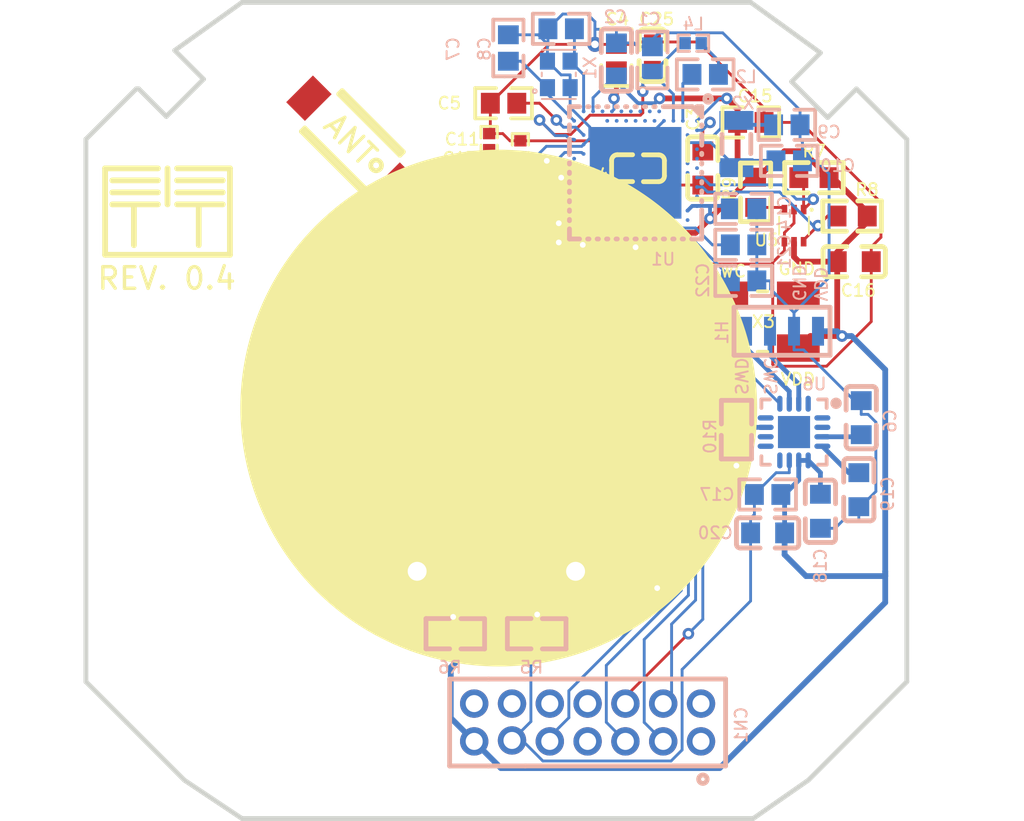
<source format=kicad_pcb>
(kicad_pcb (version 20171130) (host pcbnew "(5.1.12)-1")

  (general
    (thickness 1.6)
    (drawings 32)
    (tracks 507)
    (zones 0)
    (modules 49)
    (nets 38)
  )

  (page A4)
  (layers
    (0 F.Cu signal)
    (31 B.Cu signal)
    (32 B.Adhes user)
    (33 F.Adhes user)
    (34 B.Paste user)
    (35 F.Paste user)
    (36 B.SilkS user)
    (37 F.SilkS user)
    (38 B.Mask user)
    (39 F.Mask user)
    (40 Dwgs.User user)
    (41 Cmts.User user hide)
    (42 Eco1.User user)
    (43 Eco2.User user)
    (44 Edge.Cuts user)
    (45 Margin user)
    (46 B.CrtYd user)
    (47 F.CrtYd user)
    (48 B.Fab user hide)
    (49 F.Fab user hide)
  )

  (setup
    (last_trace_width 0.15)
    (trace_clearance 0.15)
    (zone_clearance 0.254)
    (zone_45_only yes)
    (trace_min 0.15)
    (via_size 0.8)
    (via_drill 0.4)
    (via_min_size 0.4)
    (via_min_drill 0.3)
    (uvia_size 0.3)
    (uvia_drill 0.1)
    (uvias_allowed no)
    (uvia_min_size 0.2)
    (uvia_min_drill 0.1)
    (edge_width 0.05)
    (segment_width 0.2)
    (pcb_text_width 0.3)
    (pcb_text_size 1.5 1.5)
    (mod_edge_width 0.12)
    (mod_text_size 1 1)
    (mod_text_width 0.15)
    (pad_size 15 15)
    (pad_drill 0)
    (pad_to_mask_clearance 0)
    (aux_axis_origin 0 0)
    (grid_origin 101.854 39.116)
    (visible_elements 7FFFFFFF)
    (pcbplotparams
      (layerselection 0x010fc_ffffffff)
      (usegerberextensions false)
      (usegerberattributes true)
      (usegerberadvancedattributes true)
      (creategerberjobfile true)
      (excludeedgelayer true)
      (linewidth 0.100000)
      (plotframeref false)
      (viasonmask false)
      (mode 1)
      (useauxorigin false)
      (hpglpennumber 1)
      (hpglpenspeed 20)
      (hpglpendiameter 15.000000)
      (psnegative false)
      (psa4output false)
      (plotreference true)
      (plotvalue true)
      (plotinvisibletext false)
      (padsonsilk false)
      (subtractmaskfromsilk false)
      (outputformat 1)
      (mirror false)
      (drillshape 1)
      (scaleselection 1)
      (outputdirectory ""))
  )

  (net 0 "")
  (net 1 CH1_LED)
  (net 2 GND)
  (net 3 L2_2)
  (net 4 L3_2)
  (net 5 LED2_1)
  (net 6 MTO)
  (net 7 R1_RST)
  (net 8 R1_SET)
  (net 9 R2_RST)
  (net 10 R2_SET)
  (net 11 R6_1)
  (net 12 SWCLK)
  (net 13 SWDIO)
  (net 14 VDD)
  (net 15 XC1)
  (net 16 XC2)
  (net 17 XL1)
  (net 18 XL2)
  (net 19 U1_C1)
  (net 20 U1_AD2)
  (net 21 U1_N24)
  (net 22 DEC4_6)
  (net 23 C4_2)
  (net 24 U1_D23)
  (net 25 DCC)
  (net 26 VSENSE)
  (net 27 U6_4)
  (net 28 U6_3)
  (net 29 U6_11)
  (net 30 SWC)
  (net 31 SWD)
  (net 32 R10_1)
  (net 33 ANT)
  (net 34 SCL)
  (net 35 U1_AC5)
  (net 36 SDA)
  (net 37 R9_1)

  (net_class Default "This is the default net class."
    (clearance 0.15)
    (trace_width 0.15)
    (via_dia 0.8)
    (via_drill 0.4)
    (uvia_dia 0.3)
    (uvia_drill 0.1)
    (add_net ANT)
    (add_net C4_2)
    (add_net CH1_LED)
    (add_net DCC)
    (add_net DEC4_6)
    (add_net GND)
    (add_net L2_2)
    (add_net L3_2)
    (add_net LED2_1)
    (add_net MTO)
    (add_net R10_1)
    (add_net R1_RST)
    (add_net R1_SET)
    (add_net R2_RST)
    (add_net R2_SET)
    (add_net R6_1)
    (add_net R9_1)
    (add_net SCL)
    (add_net SDA)
    (add_net SWC)
    (add_net SWCLK)
    (add_net SWD)
    (add_net SWDIO)
    (add_net U1_AC5)
    (add_net U1_AD2)
    (add_net U1_C1)
    (add_net U1_D23)
    (add_net U1_N24)
    (add_net U6_11)
    (add_net U6_3)
    (add_net U6_4)
    (add_net VDD)
    (add_net VSENSE)
    (add_net XC1)
    (add_net XC2)
    (add_net XL1)
    (add_net XL2)
  )

  (module easyeda:C0603 (layer F.Cu) (tedit 0) (tstamp 0)
    (at 100.584 41.656 180)
    (attr smd)
    (fp_text reference C24 (at 3.429 -0.381) (layer F.SilkS)
      (effects (font (size 0.635 0.635) (thickness 0.102)) (justify left))
    )
    (fp_text value 820pF (at 4.84 -3.772) (layer F.Fab) hide
      (effects (font (size 1.143 1.143) (thickness 0.152)) (justify left))
    )
    (fp_line (start -0.289 0.698) (end -1.089 0.698) (layer F.SilkS) (width 0.254))
    (fp_line (start -1.398 -0.412) (end -1.398 0.388) (layer F.SilkS) (width 0.254))
    (fp_line (start -0.289 -0.722) (end -1.089 -0.722) (layer F.SilkS) (width 0.254))
    (fp_line (start 0.287 0.704) (end 1.087 0.704) (layer F.SilkS) (width 0.254))
    (fp_line (start 0.287 -0.716) (end 1.087 -0.716) (layer F.SilkS) (width 0.254))
    (fp_line (start 1.397 -0.406) (end 1.397 0.394) (layer F.SilkS) (width 0.254))
    (fp_text user gge825db027f63186d5 (at 0 0) (layer Cmts.User)
      (effects (font (size 1 1) (thickness 0.15)))
    )
    (fp_arc (start -1.089 -0.412) (end -1.399 -0.412) (angle 90) (layer F.SilkS) (width 0.254))
    (fp_arc (start -1.089 0.388) (end -1.089 0.698) (angle 90) (layer F.SilkS) (width 0.254))
    (fp_arc (start 1.087 -0.406) (end 1.087 -0.716) (angle 90) (layer F.SilkS) (width 0.254))
    (fp_arc (start 1.087 0.394) (end 1.397 0.394) (angle 90) (layer F.SilkS) (width 0.254))
    (pad 1 smd rect (at -0.7 0 180) (size 0.8 0.9) (layers F.Cu F.Paste F.Mask)
      (net 2 GND))
    (pad 2 smd rect (at 0.7 0 180) (size 0.8 0.9) (layers F.Cu F.Paste F.Mask)
      (net 21 U1_N24))
    (model ${KISYS3DMOD}/Capacitor_SMD.3dshapes/C_0603_1608Metric.step
      (at (xyz 0 0 0))
      (scale (xyz 1 1 1))
      (rotate (xyz 0 0 0))
    )
  )

  (module easyeda:C0603 (layer F.Cu) (tedit 0) (tstamp 0)
    (at 101.346 35.687 270)
    (attr smd)
    (fp_text reference C25 (at -1.905 0.762) (layer F.SilkS)
      (effects (font (size 0.635 0.635) (thickness 0.102)) (justify left))
    )
    (fp_text value 47nF (at 3.771 -4.138 90) (layer F.Fab) hide
      (effects (font (size 1.143 1.143) (thickness 0.152)) (justify left))
    )
    (fp_line (start -0.289 0.698) (end -1.089 0.698) (layer F.SilkS) (width 0.254))
    (fp_line (start -1.398 -0.412) (end -1.398 0.388) (layer F.SilkS) (width 0.254))
    (fp_line (start -0.289 -0.722) (end -1.089 -0.722) (layer F.SilkS) (width 0.254))
    (fp_line (start 0.287 0.704) (end 1.087 0.704) (layer F.SilkS) (width 0.254))
    (fp_line (start 0.287 -0.716) (end 1.087 -0.716) (layer F.SilkS) (width 0.254))
    (fp_line (start 1.397 -0.406) (end 1.397 0.394) (layer F.SilkS) (width 0.254))
    (fp_text user ggee8ec3d51a9b93a28 (at 0 0) (layer Cmts.User)
      (effects (font (size 1 1) (thickness 0.15)))
    )
    (fp_arc (start -1.089 -0.412) (end -1.399 -0.412) (angle 90) (layer F.SilkS) (width 0.254))
    (fp_arc (start -1.089 0.388) (end -1.089 0.698) (angle 90) (layer F.SilkS) (width 0.254))
    (fp_arc (start 1.087 -0.406) (end 1.087 -0.716) (angle 90) (layer F.SilkS) (width 0.254))
    (fp_arc (start 1.087 0.394) (end 1.397 0.394) (angle 90) (layer F.SilkS) (width 0.254))
    (pad 1 smd rect (at -0.7 0 270) (size 0.8 0.9) (layers F.Cu F.Paste F.Mask)
      (net 2 GND))
    (pad 2 smd rect (at 0.7 0 270) (size 0.8 0.9) (layers F.Cu F.Paste F.Mask)
      (net 22 DEC4_6))
    (model ${KISYS3DMOD}/Capacitor_SMD.3dshapes/C_0603_1608Metric.step
      (at (xyz 0 0 0))
      (scale (xyz 1 1 1))
      (rotate (xyz 0 0 0))
    )
  )

  (module easyeda:C0603 (layer F.Cu) (tedit 0) (tstamp 0)
    (at 104.013 41.656 270)
    (attr smd)
    (fp_text reference C3 (at -1.905 0.508 270) (layer F.SilkS)
      (effects (font (size 0.635 0.635) (thickness 0.102)) (justify left))
    )
    (fp_text value 100nF (at -0.011 -2.921 270) (layer F.Fab) hide
      (effects (font (size 1.143 1.143) (thickness 0.152)) (justify left))
    )
    (fp_line (start 1.65 -0.6) (end 1.65 0.6) (layer F.SilkS) (width 0.254))
    (fp_line (start -0.4 -0.8) (end -1.4 -0.8) (layer F.SilkS) (width 0.254))
    (fp_line (start -0.4 0.8) (end -1.4 0.8) (layer F.SilkS) (width 0.254))
    (fp_line (start 0.4 -0.8) (end 1.4 -0.8) (layer F.SilkS) (width 0.254))
    (fp_line (start 0.4 0.8) (end 1.4 0.8) (layer F.SilkS) (width 0.254))
    (fp_line (start -1.65 -0.6) (end -1.65 0.6) (layer F.SilkS) (width 0.254))
    (fp_line (start -1.45 -0.8) (end -1.4 -0.8) (layer F.SilkS) (width 0.254))
    (fp_line (start -1.45 0.8) (end -1.4 0.8) (layer F.SilkS) (width 0.254))
    (fp_line (start 1.45 -0.8) (end 1.4 -0.8) (layer F.SilkS) (width 0.254))
    (fp_line (start 1.45 0.8) (end 1.4 0.8) (layer F.SilkS) (width 0.254))
    (fp_text user ggebc3708a677825ce8 (at 0 0) (layer Cmts.User)
      (effects (font (size 1 1) (thickness 0.15)))
    )
    (fp_arc (start -1.45 -0.6) (end -1.65 -0.6) (angle 90) (layer F.SilkS) (width 0.254))
    (fp_arc (start -1.45 0.6) (end -1.45 0.8) (angle 90) (layer F.SilkS) (width 0.254))
    (fp_arc (start 1.45 -0.6) (end 1.45 -0.8) (angle 90) (layer F.SilkS) (width 0.254))
    (fp_arc (start 1.45 0.6) (end 1.65 0.6) (angle 90) (layer F.SilkS) (width 0.254))
    (pad 1 smd rect (at -0.9 0 270) (size 1 1.1) (layers F.Cu F.Paste F.Mask)
      (net 19 U1_C1))
    (pad 2 smd rect (at 0.9 0 270) (size 1 1.1) (layers F.Cu F.Paste F.Mask)
      (net 2 GND))
    (model ${KISYS3DMOD}/Capacitor_SMD.3dshapes/C_0603_1608Metric.step
      (at (xyz 0 0 0))
      (scale (xyz 1 1 1))
      (rotate (xyz 0 0 0))
    )
  )

  (module easyeda:C0603 (layer F.Cu) (tedit 0) (tstamp 0)
    (at 98.806 44.069 180)
    (attr smd)
    (fp_text reference C23 (at 0.635 -1.524) (layer F.SilkS)
      (effects (font (size 0.635 0.635) (thickness 0.102)) (justify left))
    )
    (fp_text value 100nF (at 4.322 -4.138) (layer F.Fab) hide
      (effects (font (size 1.143 1.143) (thickness 0.152)) (justify left))
    )
    (fp_line (start 1.65 -0.6) (end 1.65 0.6) (layer F.SilkS) (width 0.254))
    (fp_line (start -0.4 -0.8) (end -1.4 -0.8) (layer F.SilkS) (width 0.254))
    (fp_line (start -0.4 0.8) (end -1.4 0.8) (layer F.SilkS) (width 0.254))
    (fp_line (start 0.4 -0.8) (end 1.4 -0.8) (layer F.SilkS) (width 0.254))
    (fp_line (start 0.4 0.8) (end 1.4 0.8) (layer F.SilkS) (width 0.254))
    (fp_line (start -1.65 -0.6) (end -1.65 0.6) (layer F.SilkS) (width 0.254))
    (fp_line (start -1.45 -0.8) (end -1.4 -0.8) (layer F.SilkS) (width 0.254))
    (fp_line (start -1.45 0.8) (end -1.4 0.8) (layer F.SilkS) (width 0.254))
    (fp_line (start 1.45 -0.8) (end 1.4 -0.8) (layer F.SilkS) (width 0.254))
    (fp_line (start 1.45 0.8) (end 1.4 0.8) (layer F.SilkS) (width 0.254))
    (fp_text user ggea131011649904131 (at 0 0) (layer Cmts.User)
      (effects (font (size 1 1) (thickness 0.15)))
    )
    (fp_arc (start -1.45 -0.6) (end -1.65 -0.6) (angle 90) (layer F.SilkS) (width 0.254))
    (fp_arc (start -1.45 0.6) (end -1.45 0.8) (angle 90) (layer F.SilkS) (width 0.254))
    (fp_arc (start 1.45 -0.6) (end 1.45 -0.8) (angle 90) (layer F.SilkS) (width 0.254))
    (fp_arc (start 1.45 0.6) (end 1.65 0.6) (angle 90) (layer F.SilkS) (width 0.254))
    (pad 1 smd rect (at -0.9 0 180) (size 1 1.1) (layers F.Cu F.Paste F.Mask)
      (net 2 GND))
    (pad 2 smd rect (at 0.9 0 180) (size 1 1.1) (layers F.Cu F.Paste F.Mask)
      (net 14 VDD))
    (model ${KISYS3DMOD}/Capacitor_SMD.3dshapes/C_0603_1608Metric.step
      (at (xyz 0 0 0))
      (scale (xyz 1 1 1))
      (rotate (xyz 0 0 0))
    )
  )

  (module easyeda:0603 (layer F.Cu) (tedit 0) (tstamp 0)
    (at 106.553 39.243 180)
    (attr smd)
    (fp_text reference C15 (at 0.762 1.397) (layer F.SilkS)
      (effects (font (size 0.635 0.635) (thickness 0.102)) (justify left))
    )
    (fp_text value 1uF (at 2.154 -4.265) (layer F.Fab) hide
      (effects (font (size 1.143 1.143) (thickness 0.152)) (justify left))
    )
    (fp_line (start 0.4 -0.8) (end 1.5 -0.8) (layer F.SilkS) (width 0.2))
    (fp_line (start 1.5 -0.8) (end 1.5 0.8) (layer F.SilkS) (width 0.2))
    (fp_line (start 1.5 0.8) (end 0.4 0.8) (layer F.SilkS) (width 0.2))
    (fp_line (start -0.4 -0.8) (end -1.5 -0.8) (layer F.SilkS) (width 0.2))
    (fp_line (start -1.5 -0.8) (end -1.5 0.2) (layer F.SilkS) (width 0.2))
    (fp_line (start -1.5 0.2) (end -1.5 0.8) (layer F.SilkS) (width 0.2))
    (fp_line (start -1.5 0.8) (end -0.4 0.8) (layer F.SilkS) (width 0.2))
    (fp_text user ggefd6d6769f6c1158e (at 0 0) (layer Cmts.User)
      (effects (font (size 1 1) (thickness 0.15)))
    )
    (pad 1 smd rect (at -0.7 0 180) (size 1 1.1) (layers F.Cu F.Paste F.Mask)
      (net 2 GND))
    (pad 2 smd rect (at 0.7 0 180) (size 1 1.1) (layers F.Cu F.Paste F.Mask)
      (net 14 VDD))
    (model ${KISYS3DMOD}/Capacitor_SMD.3dshapes/C_0603_1608Metric.step
      (at (xyz 0 0 0))
      (scale (xyz 1 1 1))
      (rotate (xyz 0 0 0))
    )
  )

  (module easyeda:C0603 (layer F.Cu) (tedit 0) (tstamp 0)
    (at 102.108 46.736 180)
    (attr smd)
    (fp_text reference C12 (at 0.889 1.397) (layer F.SilkS)
      (effects (font (size 0.635 0.635) (thickness 0.102)) (justify left))
    )
    (fp_text value 100nF (at 4.322 -4.013) (layer F.Fab) hide
      (effects (font (size 1.143 1.143) (thickness 0.152)) (justify left))
    )
    (fp_line (start 1.65 -0.6) (end 1.65 0.6) (layer F.SilkS) (width 0.254))
    (fp_line (start -0.4 -0.8) (end -1.4 -0.8) (layer F.SilkS) (width 0.254))
    (fp_line (start -0.4 0.8) (end -1.4 0.8) (layer F.SilkS) (width 0.254))
    (fp_line (start 0.4 -0.8) (end 1.4 -0.8) (layer F.SilkS) (width 0.254))
    (fp_line (start 0.4 0.8) (end 1.4 0.8) (layer F.SilkS) (width 0.254))
    (fp_line (start -1.65 -0.6) (end -1.65 0.6) (layer F.SilkS) (width 0.254))
    (fp_line (start -1.45 -0.8) (end -1.4 -0.8) (layer F.SilkS) (width 0.254))
    (fp_line (start -1.45 0.8) (end -1.4 0.8) (layer F.SilkS) (width 0.254))
    (fp_line (start 1.45 -0.8) (end 1.4 -0.8) (layer F.SilkS) (width 0.254))
    (fp_line (start 1.45 0.8) (end 1.4 0.8) (layer F.SilkS) (width 0.254))
    (fp_text user gge26a39bcafcc8ce7c (at 0 0) (layer Cmts.User)
      (effects (font (size 1 1) (thickness 0.15)))
    )
    (fp_arc (start -1.45 -0.6) (end -1.65 -0.6) (angle 90) (layer F.SilkS) (width 0.254))
    (fp_arc (start -1.45 0.6) (end -1.45 0.8) (angle 90) (layer F.SilkS) (width 0.254))
    (fp_arc (start 1.45 -0.6) (end 1.45 -0.8) (angle 90) (layer F.SilkS) (width 0.254))
    (fp_arc (start 1.45 0.6) (end 1.65 0.6) (angle 90) (layer F.SilkS) (width 0.254))
    (pad 1 smd rect (at -0.9 0 180) (size 1 1.1) (layers F.Cu F.Paste F.Mask)
      (net 2 GND))
    (pad 2 smd rect (at 0.9 0 180) (size 1 1.1) (layers F.Cu F.Paste F.Mask)
      (net 14 VDD))
    (model ${KISYS3DMOD}/Capacitor_SMD.3dshapes/C_0603_1608Metric.step
      (at (xyz 0 0 0))
      (scale (xyz 1 1 1))
      (rotate (xyz 0 0 0))
    )
  )

  (module easyeda:0603 (layer F.Cu) (tedit 0) (tstamp 0)
    (at 99.441 35.814 270)
    (attr smd)
    (fp_text reference C4 (at -2.032 0.635) (layer F.SilkS)
      (effects (font (size 0.635 0.635) (thickness 0.102)) (justify left))
    )
    (fp_text value N.C. (at -0.039 -1.979 270) (layer F.Fab) hide
      (effects (font (size 1.143 1.143) (thickness 0.152)) (justify left))
    )
    (fp_line (start 0.4 -0.8) (end 1.5 -0.8) (layer F.SilkS) (width 0.2))
    (fp_line (start 1.5 -0.8) (end 1.5 0.8) (layer F.SilkS) (width 0.2))
    (fp_line (start 1.5 0.8) (end 0.4 0.8) (layer F.SilkS) (width 0.2))
    (fp_line (start -0.4 -0.8) (end -1.5 -0.8) (layer F.SilkS) (width 0.2))
    (fp_line (start -1.5 -0.8) (end -1.5 0.2) (layer F.SilkS) (width 0.2))
    (fp_line (start -1.5 0.2) (end -1.5 0.8) (layer F.SilkS) (width 0.2))
    (fp_line (start -1.5 0.8) (end -0.4 0.8) (layer F.SilkS) (width 0.2))
    (fp_text user gge3a68d3ddabf48558 (at 0 0) (layer Cmts.User)
      (effects (font (size 1 1) (thickness 0.15)))
    )
    (pad 1 smd rect (at -0.7 0 270) (size 1 1.1) (layers F.Cu F.Paste F.Mask)
      (net 2 GND))
    (pad 2 smd rect (at 0.7 0 270) (size 1 1.1) (layers F.Cu F.Paste F.Mask)
      (net 23 C4_2))
    (model ${KISYS3DMOD}/Capacitor_SMD.3dshapes/C_0603_1608Metric.step
      (at (xyz 0 0 0))
      (scale (xyz 1 1 1))
      (rotate (xyz 0 0 0))
    )
  )

  (module easyeda:AN6520 (layer F.Cu) (tedit 0) (tstamp 0)
    (at 85.471 40.259 45)
    (attr smd)
    (fp_text reference U3 (at -2.949 -0.521 -45) (layer Cmts.User)
      (effects (font (size 0.635 0.635) (thickness 0.102)) (justify left))
    )
    (fp_text value "Antenna 2.4GHz" (at 0 -5.13 45) (layer F.Fab) hide
      (effects (font (size 1.143 1.143) (thickness 0.152)) (justify left))
    )
    (fp_circle (center 0 1.778) (end 0.284 1.778) (layer F.SilkS) (width 0.254))
    (fp_line (start -1.524 -2.286) (end -1.27 -2.286) (layer F.SilkS) (width 0.254))
    (fp_line (start -1.27 -2.286) (end -1.27 2.286) (layer F.SilkS) (width 0.254))
    (fp_line (start -1.27 2.286) (end -1.524 2.286) (layer F.SilkS) (width 0.254))
    (fp_line (start -1.524 2.286) (end -1.524 -2.286) (layer F.SilkS) (width 0.254))
    (fp_line (start 1.27 -2.286) (end 1.524 -2.286) (layer F.SilkS) (width 0.254))
    (fp_line (start 1.524 -2.286) (end 1.524 2.286) (layer F.SilkS) (width 0.254))
    (fp_line (start 1.524 2.286) (end 1.27 2.286) (layer F.SilkS) (width 0.254))
    (fp_line (start 1.27 2.286) (end 1.27 -2.286) (layer F.SilkS) (width 0.254))
    (fp_text user gge66797bcd97f4f6c2 (at 0 0) (layer Cmts.User)
      (effects (font (size 1 1) (thickness 0.15)))
    )
    (pad 1 smd rect (at 0 3.25 45) (size 2 1.4) (layers F.Cu F.Paste F.Mask)
      (net 4 L3_2))
    (pad 2 smd rect (at 0 -3.25 45) (size 2 1.4) (layers F.Cu F.Paste F.Mask))
    (model ${KISYS3DMOD}/RF_Antenna.3dshapes/Johanson_2450AT43F0100.step
      (at (xyz 0 0 0))
      (scale (xyz 1 1 1))
      (rotate (xyz 0 0 -90))
    )
  )

  (module easyeda:0603 (layer F.Cu) (tedit 0) (tstamp 0)
    (at 93.472 38.227 180)
    (attr smd)
    (fp_text reference C5 (at 3.556 0) (layer F.SilkS)
      (effects (font (size 0.635 0.635) (thickness 0.102)) (justify left))
    )
    (fp_text value 100pF (at -0.038 -1.979 180) (layer F.Fab) hide
      (effects (font (size 1.143 1.143) (thickness 0.152)) (justify left))
    )
    (fp_line (start 0.4 -0.8) (end 1.5 -0.8) (layer F.SilkS) (width 0.2))
    (fp_line (start 1.5 -0.8) (end 1.5 0.8) (layer F.SilkS) (width 0.2))
    (fp_line (start 1.5 0.8) (end 0.4 0.8) (layer F.SilkS) (width 0.2))
    (fp_line (start -0.4 -0.8) (end -1.5 -0.8) (layer F.SilkS) (width 0.2))
    (fp_line (start -1.5 -0.8) (end -1.5 0.2) (layer F.SilkS) (width 0.2))
    (fp_line (start -1.5 0.2) (end -1.5 0.8) (layer F.SilkS) (width 0.2))
    (fp_line (start -1.5 0.8) (end -0.4 0.8) (layer F.SilkS) (width 0.2))
    (fp_text user ggeddba3c46cf8b8e66 (at 0 0) (layer Cmts.User)
      (effects (font (size 1 1) (thickness 0.15)))
    )
    (pad 1 smd rect (at -0.7 0 180) (size 1 1.1) (layers F.Cu F.Paste F.Mask)
      (net 24 U1_D23))
    (pad 2 smd rect (at 0.7 0 180) (size 1 1.1) (layers F.Cu F.Paste F.Mask)
      (net 2 GND))
    (model ${KISYS3DMOD}/Capacitor_SMD.3dshapes/C_0603_1608Metric.step
      (at (xyz 0 0 0))
      (scale (xyz 1 1 1))
      (rotate (xyz 0 0 0))
    )
  )

  (module easyeda:0603 (layer F.Cu) (tedit 0) (tstamp 0)
    (at 93.472 42.545 180)
    (attr smd)
    (fp_text reference L3 (at 2.921 -0.127) (layer F.SilkS)
      (effects (font (size 0.635 0.635) (thickness 0.102)) (justify left))
    )
    (fp_text value 3.3nH (at -0.038 -1.979 180) (layer F.Fab) hide
      (effects (font (size 1.143 1.143) (thickness 0.152)) (justify left))
    )
    (fp_line (start 0.4 -0.8) (end 1.5 -0.8) (layer F.SilkS) (width 0.2))
    (fp_line (start 1.5 -0.8) (end 1.5 0.8) (layer F.SilkS) (width 0.2))
    (fp_line (start 1.5 0.8) (end 0.4 0.8) (layer F.SilkS) (width 0.2))
    (fp_line (start -0.4 -0.8) (end -1.5 -0.8) (layer F.SilkS) (width 0.2))
    (fp_line (start -1.5 -0.8) (end -1.5 0.2) (layer F.SilkS) (width 0.2))
    (fp_line (start -1.5 0.2) (end -1.5 0.8) (layer F.SilkS) (width 0.2))
    (fp_line (start -1.5 0.8) (end -0.4 0.8) (layer F.SilkS) (width 0.2))
    (fp_text user gge510f7e7047da8839 (at 0 0) (layer Cmts.User)
      (effects (font (size 1 1) (thickness 0.15)))
    )
    (pad 1 smd rect (at -0.7 0 180) (size 1 1.1) (layers F.Cu F.Paste F.Mask)
      (net 33 ANT))
    (pad 2 smd rect (at 0.7 0 180) (size 1 1.1) (layers F.Cu F.Paste F.Mask)
      (net 4 L3_2))
    (model ${KISYS3DMOD}/Inductor_SMD.3dshapes/L_0603_1608Metric.step
      (at (xyz 0 0 0))
      (scale (xyz 1 1 1))
      (rotate (xyz 0 0 0))
    )
  )

  (module easyeda:SWD4_5032 (layer F.Cu) (tedit 0) (tstamp 0)
    (at 107.213 49.682 180)
    (attr smd)
    (fp_text reference X3 (at 0.66 -0.102) (layer F.SilkS)
      (effects (font (size 0.635 0.635) (thickness 0.102)) (justify left))
    )
    (fp_text value ICSP (at 0 -3.401 180) (layer F.Fab) hide
      (effects (font (size 1.143 1.143) (thickness 0.152)) (justify left))
    )
    (fp_line (start -0.211 1.501) (end 0.29 1.501) (layer F.SilkS) (width 0.203))
    (fp_line (start -0.211 -1.697) (end 0.29 -1.697) (layer F.SilkS) (width 0.203))
    (fp_text user gge4fa57ca1cc1a6fe3 (at 0 0) (layer Cmts.User)
      (effects (font (size 1 1) (thickness 0.15)))
    )
    (pad 2 smd rect (at -1.854 -1.499 180) (size 2.261 1.448) (layers F.Cu F.Paste F.Mask)
      (net 14 VDD))
    (pad 1 smd rect (at 1.93 -1.499 180) (size 2.261 1.448) (layers F.Cu F.Paste F.Mask)
      (net 13 SWDIO))
    (pad 4 smd rect (at 1.93 1.295 180) (size 2.261 1.448) (layers F.Cu F.Paste F.Mask)
      (net 12 SWCLK))
    (pad 3 smd rect (at -1.854 1.295 180) (size 2.261 1.448) (layers F.Cu F.Paste F.Mask)
      (net 2 GND))
  )

  (module easyeda:LED-SMD_0603-T (layer F.Cu) (tedit 0) (tstamp 0)
    (at 95.25 64.516 270)
    (attr smd)
    (fp_text reference LED2 (at 2.096 1.016) (layer F.SilkS)
      (effects (font (size 0.635 0.635) (thickness 0.102)) (justify left))
    )
    (fp_text value BLUE (at 0 -2.378 270) (layer F.Fab) hide
      (effects (font (size 1.143 1.143) (thickness 0.152)) (justify left))
    )
    (fp_line (start 0.508 0.889) (end 0.508 -0.889) (layer F.SilkS) (width 0.254))
    (fp_line (start -0.2 0.2) (end 0.2 0.2) (layer F.SilkS) (width 0.254))
    (fp_line (start 0.2 0.2) (end 0 -0.2) (layer F.SilkS) (width 0.254))
    (fp_line (start 0 -0.2) (end -0.2 0.2) (layer F.SilkS) (width 0.254))
    (fp_line (start -0.508 0.889) (end -0.508 -0.889) (layer F.SilkS) (width 0.254))
    (fp_text user gge48c2d4982f4ec99a (at 0 0) (layer Cmts.User)
      (effects (font (size 1 1) (thickness 0.15)))
    )
    (pad 2 smd rect (at 0 0.8) (size 0.8 0.8) (layers F.Cu F.Paste F.Mask)
      (net 1 CH1_LED))
    (pad 1 smd rect (at 0 -0.8) (size 0.8 0.8) (layers F.Cu F.Paste F.Mask)
      (net 5 LED2_1))
    (model ${KISYS3DMOD}/LED_SMD.3dshapes/LED_0603_1608Metric.step
      (at (xyz 0 0 0))
      (scale (xyz 1 1 1))
      (rotate (xyz 0 0 90))
    )
  )

  (module easyeda:LED-SMD_0603-T (layer F.Cu) (tedit 0) (tstamp 0)
    (at 90.932 64.516 270)
    (attr smd)
    (fp_text reference LED1 (at 2.097 1.016) (layer F.SilkS)
      (effects (font (size 0.635 0.635) (thickness 0.102)) (justify left))
    )
    (fp_text value RED (at 0 -2.378 270) (layer F.Fab) hide
      (effects (font (size 1.143 1.143) (thickness 0.152)) (justify left))
    )
    (fp_line (start 0.508 0.889) (end 0.508 -0.889) (layer F.SilkS) (width 0.254))
    (fp_line (start -0.2 0.2) (end 0.2 0.2) (layer F.SilkS) (width 0.254))
    (fp_line (start 0.2 0.2) (end 0 -0.2) (layer F.SilkS) (width 0.254))
    (fp_line (start 0 -0.2) (end -0.2 0.2) (layer F.SilkS) (width 0.254))
    (fp_line (start -0.508 0.889) (end -0.508 -0.889) (layer F.SilkS) (width 0.254))
    (fp_text user gge7a65b453ee5a9ec2 (at 0 0) (layer Cmts.User)
      (effects (font (size 1 1) (thickness 0.15)))
    )
    (pad 2 smd rect (at 0 0.8) (size 0.8 0.8) (layers F.Cu F.Paste F.Mask)
      (net 11 R6_1))
    (pad 1 smd rect (at 0 -0.8) (size 0.8 0.8) (layers F.Cu F.Paste F.Mask)
      (net 1 CH1_LED))
    (model ${KISYS3DMOD}/LED_SMD.3dshapes/LED_0603_1608Metric.step
      (at (xyz 0 0 0))
      (scale (xyz 1 1 1))
      (rotate (xyz 0 0 90))
    )
  )

  (module easyeda:0402 (layer F.Cu) (tedit 0) (tstamp 0)
    (at 92.71 40.259 90)
    (attr smd)
    (fp_text reference C13 (at -0.889 -2.54) (layer F.SilkS)
      (effects (font (size 0.635 0.635) (thickness 0.102)) (justify left))
    )
    (fp_text value 0.5pF (at -0.008 -1.61 90) (layer F.Fab) hide
      (effects (font (size 1.143 1.143) (thickness 0.152)) (justify left))
    )
    (fp_line (start -0.185 -0.432) (end -0.82 -0.432) (layer F.SilkS) (width 0.152))
    (fp_line (start -0.82 -0.432) (end -0.82 0.432) (layer F.SilkS) (width 0.152))
    (fp_line (start -0.82 0.432) (end -0.287 0.432) (layer F.SilkS) (width 0.152))
    (fp_line (start -0.287 0.432) (end -0.185 0.432) (layer F.SilkS) (width 0.152))
    (fp_line (start 0.196 0.432) (end 0.805 0.432) (layer F.SilkS) (width 0.152))
    (fp_line (start 0.805 0.432) (end 0.805 -0.432) (layer F.SilkS) (width 0.152))
    (fp_line (start 0.805 -0.432) (end 0.272 -0.432) (layer F.SilkS) (width 0.152))
    (fp_line (start 0.272 -0.432) (end 0.196 -0.432) (layer F.SilkS) (width 0.152))
    (fp_text user ggee7ba3aba9f9889c8 (at 0 0) (layer Cmts.User)
      (effects (font (size 1 1) (thickness 0.15)))
    )
    (pad 2 smd rect (at 0.424 0 90) (size 0.6 0.65) (layers F.Cu F.Paste F.Mask)
      (net 2 GND))
    (pad 1 smd rect (at -0.424 0 90) (size 0.6 0.65) (layers F.Cu F.Paste F.Mask)
      (net 4 L3_2))
    (model ${KISYS3DMOD}/Capacitor_SMD.3dshapes/C_0402_1005Metric.step
      (at (xyz 0 0 0))
      (scale (xyz 1 1 1))
      (rotate (xyz 0 0 0))
    )
  )

  (module easyeda:0402 (layer F.Cu) (tedit 0) (tstamp 0)
    (at 94.361 40.64 90)
    (attr smd)
    (fp_text reference C11 (at 0.508 -4.064) (layer F.SilkS)
      (effects (font (size 0.635 0.635) (thickness 0.102)) (justify left))
    )
    (fp_text value 0.5pF (at -0.008 -1.61 90) (layer F.Fab) hide
      (effects (font (size 1.143 1.143) (thickness 0.152)) (justify left))
    )
    (fp_line (start -0.185 -0.432) (end -0.82 -0.432) (layer F.SilkS) (width 0.152))
    (fp_line (start -0.82 -0.432) (end -0.82 0.432) (layer F.SilkS) (width 0.152))
    (fp_line (start -0.82 0.432) (end -0.287 0.432) (layer F.SilkS) (width 0.152))
    (fp_line (start -0.287 0.432) (end -0.185 0.432) (layer F.SilkS) (width 0.152))
    (fp_line (start 0.196 0.432) (end 0.805 0.432) (layer F.SilkS) (width 0.152))
    (fp_line (start 0.805 0.432) (end 0.805 -0.432) (layer F.SilkS) (width 0.152))
    (fp_line (start 0.805 -0.432) (end 0.272 -0.432) (layer F.SilkS) (width 0.152))
    (fp_line (start 0.272 -0.432) (end 0.196 -0.432) (layer F.SilkS) (width 0.152))
    (fp_text user gge20764de07767b3a1 (at 0 0) (layer Cmts.User)
      (effects (font (size 1 1) (thickness 0.15)))
    )
    (pad 2 smd rect (at 0.424 0 90) (size 0.6 0.65) (layers F.Cu F.Paste F.Mask)
      (net 2 GND))
    (pad 1 smd rect (at -0.424 0 90) (size 0.6 0.65) (layers F.Cu F.Paste F.Mask)
      (net 33 ANT))
    (model ${KISYS3DMOD}/Capacitor_SMD.3dshapes/C_0402_1005Metric.step
      (at (xyz 0 0 0))
      (scale (xyz 1 1 1))
      (rotate (xyz 0 0 0))
    )
  )

  (module easyeda:LIVOLO_TOUCH_PAD (layer F.Cu) (tedit 5F9D4D00) (tstamp 0)
    (at 93.218 54.483)
    (attr smd)
    (fp_text reference U7 (at -7.239 -7.366) (layer Cmts.User)
      (effects (font (size 0.635 0.635) (thickness 0.102)) (justify left))
    )
    (fp_text value TS1 (at -0.254 -9.652) (layer F.Fab) hide
      (effects (font (size 1.143 1.143) (thickness 0.152)) (justify left))
    )
    (fp_text user gge4ec783ed4741de1f (at 0 0) (layer Cmts.User)
      (effects (font (size 1 1) (thickness 0.15)))
    )
    (pad 1 smd circle (at -0.001 -0.127) (size 15 15) (layers F.Cu F.Paste F.SilkS F.Mask)
      (net 32 R10_1))
  )

  (module easyeda:C0603 (layer F.Cu) (tedit 0) (tstamp 0)
    (at 112.025 46.609)
    (attr smd)
    (fp_text reference C16 (at -0.773 1.524) (layer F.SilkS)
      (effects (font (size 0.635 0.635) (thickness 0.102)) (justify left))
    )
    (fp_text value 100nF (at -0.011 -1.979) (layer F.Fab) hide
      (effects (font (size 1.143 1.143) (thickness 0.152)) (justify left))
    )
    (fp_line (start 1.65 -0.6) (end 1.65 0.6) (layer F.SilkS) (width 0.254))
    (fp_line (start -0.4 -0.8) (end -1.4 -0.8) (layer F.SilkS) (width 0.254))
    (fp_line (start -0.4 0.8) (end -1.4 0.8) (layer F.SilkS) (width 0.254))
    (fp_line (start 0.4 -0.8) (end 1.4 -0.8) (layer F.SilkS) (width 0.254))
    (fp_line (start 0.4 0.8) (end 1.4 0.8) (layer F.SilkS) (width 0.254))
    (fp_line (start -1.65 -0.6) (end -1.65 0.6) (layer F.SilkS) (width 0.254))
    (fp_line (start -1.45 -0.8) (end -1.4 -0.8) (layer F.SilkS) (width 0.254))
    (fp_line (start -1.45 0.8) (end -1.4 0.8) (layer F.SilkS) (width 0.254))
    (fp_line (start 1.45 -0.8) (end 1.4 -0.8) (layer F.SilkS) (width 0.254))
    (fp_line (start 1.45 0.8) (end 1.4 0.8) (layer F.SilkS) (width 0.254))
    (fp_text user ggec8e923f96b539988 (at 0 0) (layer Cmts.User)
      (effects (font (size 1 1) (thickness 0.15)))
    )
    (fp_arc (start -1.45 -0.6) (end -1.65 -0.6) (angle 90) (layer F.SilkS) (width 0.254))
    (fp_arc (start -1.45 0.6) (end -1.45 0.8) (angle 90) (layer F.SilkS) (width 0.254))
    (fp_arc (start 1.45 -0.6) (end 1.45 -0.8) (angle 90) (layer F.SilkS) (width 0.254))
    (fp_arc (start 1.45 0.6) (end 1.65 0.6) (angle 90) (layer F.SilkS) (width 0.254))
    (pad 1 smd rect (at -0.9 0) (size 1 1.1) (layers F.Cu F.Paste F.Mask)
      (net 14 VDD))
    (pad 2 smd rect (at 0.9 0) (size 1 1.1) (layers F.Cu F.Paste F.Mask)
      (net 2 GND))
    (model ${KISYS3DMOD}/Capacitor_SMD.3dshapes/C_0603_1608Metric.step
      (at (xyz 0 0 0))
      (scale (xyz 1 1 1))
      (rotate (xyz 0 0 0))
    )
  )

  (module easyeda:R0603 (layer F.Cu) (tedit 0) (tstamp 0)
    (at 109.894 42.164 180)
    (attr smd)
    (fp_text reference R7 (at 0.674 1.397) (layer F.SilkS)
      (effects (font (size 0.635 0.635) (thickness 0.102)) (justify left))
    )
    (fp_text value 4.7K (at -0.248 -1.979 180) (layer F.Fab) hide
      (effects (font (size 1.143 1.143) (thickness 0.152)) (justify left))
    )
    (fp_line (start -1.55 -0.8) (end -1.55 0.8) (layer F.SilkS) (width 0.254))
    (fp_line (start 0.301 0.795) (end 1.551 0.795) (layer F.SilkS) (width 0.254))
    (fp_line (start 0.301 -0.805) (end 1.551 -0.805) (layer F.SilkS) (width 0.254))
    (fp_line (start -0.3 0.8) (end -1.55 0.8) (layer F.SilkS) (width 0.254))
    (fp_line (start -0.3 -0.8) (end -1.55 -0.8) (layer F.SilkS) (width 0.254))
    (fp_line (start 1.551 -0.805) (end 1.551 0.795) (layer F.SilkS) (width 0.254))
    (fp_text user ggeba2c6d155e7fd301 (at 0 0) (layer Cmts.User)
      (effects (font (size 1 1) (thickness 0.15)))
    )
    (pad 2 smd rect (at 0.8 0 180) (size 1 1.1) (layers F.Cu F.Paste F.Mask)
      (net 34 SCL))
    (pad 1 smd rect (at -0.8 0 180) (size 1 1.1) (layers F.Cu F.Paste F.Mask)
      (net 14 VDD))
    (model ${KISYS3DMOD}/Resistor_SMD.3dshapes/R_0603_1608Metric.step
      (at (xyz 0 0 0))
      (scale (xyz 1 1 1))
      (rotate (xyz 0 0 0))
    )
  )

  (module easyeda:R0603 (layer F.Cu) (tedit 0) (tstamp 0)
    (at 111.913 44.196 180)
    (attr smd)
    (fp_text reference R8 (at -0.101 1.397) (layer F.SilkS)
      (effects (font (size 0.635 0.635) (thickness 0.102)) (justify left))
    )
    (fp_text value 4.7K (at -0.25 -1.979 180) (layer F.Fab) hide
      (effects (font (size 1.143 1.143) (thickness 0.152)) (justify left))
    )
    (fp_line (start -1.55 -0.8) (end -1.55 0.8) (layer F.SilkS) (width 0.254))
    (fp_line (start 0.301 0.795) (end 1.551 0.795) (layer F.SilkS) (width 0.254))
    (fp_line (start 0.301 -0.805) (end 1.551 -0.805) (layer F.SilkS) (width 0.254))
    (fp_line (start -0.3 0.8) (end -1.55 0.8) (layer F.SilkS) (width 0.254))
    (fp_line (start -0.3 -0.8) (end -1.55 -0.8) (layer F.SilkS) (width 0.254))
    (fp_line (start 1.551 -0.805) (end 1.551 0.795) (layer F.SilkS) (width 0.254))
    (fp_text user gge86d447fa2a9c8586 (at 0 0) (layer Cmts.User)
      (effects (font (size 1 1) (thickness 0.15)))
    )
    (pad 2 smd rect (at 0.8 0 180) (size 1 1.1) (layers F.Cu F.Paste F.Mask)
      (net 36 SDA))
    (pad 1 smd rect (at -0.8 0 180) (size 1 1.1) (layers F.Cu F.Paste F.Mask)
      (net 14 VDD))
    (model ${KISYS3DMOD}/Resistor_SMD.3dshapes/R_0603_1608Metric.step
      (at (xyz 0 0 0))
      (scale (xyz 1 1 1))
      (rotate (xyz 0 0 0))
    )
  )

  (module easyeda:R0603 (layer F.Cu) (tedit 0) (tstamp 0)
    (at 106.808 42.941 90)
    (attr smd)
    (fp_text reference R9 (at -0.493 -1.398 90) (layer F.SilkS)
      (effects (font (size 0.635 0.635) (thickness 0.102)) (justify left))
    )
    (fp_text value 4.7K (at -0.25 -1.979 90) (layer F.Fab) hide
      (effects (font (size 1.143 1.143) (thickness 0.152)) (justify left))
    )
    (fp_line (start -1.55 -0.8) (end -1.55 0.8) (layer F.SilkS) (width 0.254))
    (fp_line (start 0.301 0.795) (end 1.551 0.795) (layer F.SilkS) (width 0.254))
    (fp_line (start 0.301 -0.805) (end 1.551 -0.805) (layer F.SilkS) (width 0.254))
    (fp_line (start -0.3 0.8) (end -1.55 0.8) (layer F.SilkS) (width 0.254))
    (fp_line (start -0.3 -0.8) (end -1.55 -0.8) (layer F.SilkS) (width 0.254))
    (fp_line (start 1.551 -0.805) (end 1.551 0.795) (layer F.SilkS) (width 0.254))
    (fp_text user gge1e1ffada38203b9e (at 0 0) (layer Cmts.User)
      (effects (font (size 1 1) (thickness 0.15)))
    )
    (pad 2 smd rect (at 0.8 0 90) (size 1 1.1) (layers F.Cu F.Paste F.Mask)
      (net 14 VDD))
    (pad 1 smd rect (at -0.8 0 90) (size 1 1.1) (layers F.Cu F.Paste F.Mask)
      (net 37 R9_1))
    (model ${KISYS3DMOD}/Resistor_SMD.3dshapes/R_0603_1608Metric.step
      (at (xyz 0 0 0))
      (scale (xyz 1 1 1))
      (rotate (xyz 0 0 0))
    )
  )

  (module easyeda:SOT-563_L1.6-W1.2-P0.50-LS1.6-BL (layer F.Cu) (tedit 0) (tstamp 0)
    (at 108.839 44.704 180)
    (attr smd)
    (fp_text reference U5 (at 2.159 -0.762) (layer F.SilkS)
      (effects (font (size 0.635 0.635) (thickness 0.102)) (justify left))
    )
    (fp_text value TMP112 (at 4.994 -4.265) (layer F.Fab) hide
      (effects (font (size 1.143 1.143) (thickness 0.152)) (justify left))
    )
    (fp_line (start 0.787 -0.475) (end 0.787 0.475) (layer F.SilkS) (width 0.1))
    (fp_line (start -0.787 -0.475) (end -0.787 0.475) (layer F.SilkS) (width 0.1))
    (fp_circle (center -0.93 0.84) (end -0.87 0.84) (layer F.SilkS) (width 0.102))
    (fp_text user ggeadf583383e4d69d4 (at 0 0) (layer Cmts.User)
      (effects (font (size 1 1) (thickness 0.15)))
    )
    (pad 5 smd rect (at 0 -0.85 180) (size 0.3 0.5) (layers F.Cu F.Paste F.Mask)
      (net 14 VDD))
    (pad 2 smd rect (at 0 0.85 180) (size 0.3 0.5) (layers F.Cu F.Paste F.Mask)
      (net 2 GND))
    (pad 3 smd rect (at 0.508 0.85 180) (size 0.3 0.5) (layers F.Cu F.Paste F.Mask)
      (net 37 R9_1))
    (pad 1 smd rect (at -0.508 0.85 180) (size 0.3 0.5) (layers F.Cu F.Paste F.Mask)
      (net 34 SCL))
    (pad 4 smd rect (at 0.508 -0.85 180) (size 0.3 0.5) (layers F.Cu F.Paste F.Mask)
      (net 2 GND))
    (pad 6 smd rect (at -0.508 -0.85 180) (size 0.3 0.5) (layers F.Cu F.Paste F.Mask)
      (net 36 SDA))
    (model ${KISYS3DMOD}/Package_TO_SOT_SMD.3dshapes/SOT-563.step
      (at (xyz 0 0 0))
      (scale (xyz 1 1 1))
      (rotate (xyz 0 0 -90))
    )
  )

  (module easyeda:0603 (layer F.Cu) (tedit 0) (tstamp 0)
    (at 106.172 47.625)
    (attr smd)
    (fp_text reference C22 (at -2.159 -1.016 90) (layer B.SilkS)
      (effects (font (size 0.635 0.635) (thickness 0.102)) (justify left mirror))
    )
    (fp_text value 4.7uF (at 0.038 -3.048) (layer B.Fab) hide
      (effects (font (size 1.143 1.143) (thickness 0.152)) (justify left mirror))
    )
    (fp_line (start -0.4 -0.8) (end -1.5 -0.8) (layer B.SilkS) (width 0.2))
    (fp_line (start -1.5 -0.8) (end -1.5 0.8) (layer B.SilkS) (width 0.2))
    (fp_line (start -1.5 0.8) (end -0.4 0.8) (layer B.SilkS) (width 0.2))
    (fp_line (start 0.4 -0.8) (end 1.5 -0.8) (layer B.SilkS) (width 0.2))
    (fp_line (start 1.5 -0.8) (end 1.5 0.2) (layer B.SilkS) (width 0.2))
    (fp_line (start 1.5 0.2) (end 1.5 0.8) (layer B.SilkS) (width 0.2))
    (fp_line (start 1.5 0.8) (end 0.4 0.8) (layer B.SilkS) (width 0.2))
    (fp_text user gge20028b50cd70ef46 (at 0 0) (layer Cmts.User)
      (effects (font (size 1 1) (thickness 0.15)))
    )
    (pad 1 smd rect (at 0.7 0) (size 1 1.1) (layers B.Cu B.Paste B.Mask)
      (net 2 GND))
    (pad 2 smd rect (at -0.7 0) (size 1 1.1) (layers B.Cu B.Paste B.Mask)
      (net 20 U1_AD2))
    (model ${KISYS3DMOD}/Capacitor_SMD.3dshapes/C_0603_1608Metric.step
      (offset (xyz 0 0 -2.5))
      (scale (xyz 1 1 1))
      (rotate (xyz 0 0 0))
    )
  )

  (module easyeda:0603 (layer F.Cu) (tedit 0) (tstamp 0)
    (at 106.172 45.72)
    (attr smd)
    (fp_text reference C21 (at 2.159 -0.635 90) (layer B.SilkS)
      (effects (font (size 0.635 0.635) (thickness 0.102)) (justify left mirror))
    )
    (fp_text value 4.7uF (at 0.038 -3.048) (layer B.Fab) hide
      (effects (font (size 1.143 1.143) (thickness 0.152)) (justify left mirror))
    )
    (fp_line (start -0.4 -0.8) (end -1.5 -0.8) (layer B.SilkS) (width 0.2))
    (fp_line (start -1.5 -0.8) (end -1.5 0.8) (layer B.SilkS) (width 0.2))
    (fp_line (start -1.5 0.8) (end -0.4 0.8) (layer B.SilkS) (width 0.2))
    (fp_line (start 0.4 -0.8) (end 1.5 -0.8) (layer B.SilkS) (width 0.2))
    (fp_line (start 1.5 -0.8) (end 1.5 0.2) (layer B.SilkS) (width 0.2))
    (fp_line (start 1.5 0.2) (end 1.5 0.8) (layer B.SilkS) (width 0.2))
    (fp_line (start 1.5 0.8) (end 0.4 0.8) (layer B.SilkS) (width 0.2))
    (fp_text user ggec1819d3185b092de (at 0 0) (layer Cmts.User)
      (effects (font (size 1 1) (thickness 0.15)))
    )
    (pad 1 smd rect (at 0.7 0) (size 1 1.1) (layers B.Cu B.Paste B.Mask)
      (net 2 GND))
    (pad 2 smd rect (at -0.7 0) (size 1 1.1) (layers B.Cu B.Paste B.Mask)
      (net 35 U1_AC5))
    (model ${KISYS3DMOD}/Capacitor_SMD.3dshapes/C_0603_1608Metric.step
      (offset (xyz 0 0 -2.5))
      (scale (xyz 1 1 1))
      (rotate (xyz 0 0 0))
    )
  )

  (module easyeda:AQFN-73_L7.0-W7.0-P0.50-BL-EP4.8 locked (layer F.Cu) (tedit 0) (tstamp 0)
    (at 100.457 41.91 90)
    (attr smd)
    (fp_text reference U1 (at -4.572 2.159) (layer B.SilkS)
      (effects (font (size 0.635 0.635) (thickness 0.102)) (justify left mirror))
    )
    (fp_text value NRF52840-QIAA-R (at 0.424 -5.758 90) (layer B.Fab) hide
      (effects (font (size 1.143 1.143) (thickness 0.152)) (justify left mirror))
    )
    (fp_line (start -1.966 3.5) (end -2.216 3.5) (layer B.SilkS) (width 0.254))
    (fp_line (start -1.466 3.5) (end -1.534 3.5) (layer B.SilkS) (width 0.254))
    (fp_line (start -0.966 3.5) (end -1.034 3.5) (layer B.SilkS) (width 0.254))
    (fp_line (start -0.466 3.5) (end -0.534 3.5) (layer B.SilkS) (width 0.254))
    (fp_line (start 0.034 3.5) (end -0.034 3.5) (layer B.SilkS) (width 0.254))
    (fp_line (start 0.534 3.5) (end 0.466 3.5) (layer B.SilkS) (width 0.254))
    (fp_line (start 1.034 3.5) (end 0.966 3.5) (layer B.SilkS) (width 0.254))
    (fp_line (start 2.034 3.5) (end 1.466 3.5) (layer B.SilkS) (width 0.254))
    (fp_line (start 2.534 3.5) (end 2.466 3.5) (layer B.SilkS) (width 0.254))
    (fp_line (start 3 3.5) (end 2.966 3.5) (layer B.SilkS) (width 0.254))
    (fp_line (start -2.966 -3.5) (end -3.5 -3.5) (layer B.SilkS) (width 0.254))
    (fp_line (start -2.466 -3.5) (end -2.534 -3.5) (layer B.SilkS) (width 0.254))
    (fp_line (start -1.966 -3.5) (end -2.034 -3.5) (layer B.SilkS) (width 0.254))
    (fp_line (start -1.466 -3.5) (end -1.534 -3.5) (layer B.SilkS) (width 0.254))
    (fp_line (start -0.966 -3.5) (end -1.034 -3.5) (layer B.SilkS) (width 0.254))
    (fp_line (start -0.466 -3.5) (end -0.534 -3.5) (layer B.SilkS) (width 0.254))
    (fp_line (start 0.034 -3.5) (end -0.034 -3.5) (layer B.SilkS) (width 0.254))
    (fp_line (start 0.534 -3.5) (end 0.466 -3.5) (layer B.SilkS) (width 0.254))
    (fp_line (start 1.784 -3.5) (end 0.966 -3.5) (layer B.SilkS) (width 0.254))
    (fp_line (start 2.534 -3.5) (end 2.216 -3.5) (layer B.SilkS) (width 0.254))
    (fp_line (start 3.5 -3.5) (end 2.966 -3.5) (layer B.SilkS) (width 0.254))
    (fp_line (start 3.5 3) (end 3 3.5) (layer B.SilkS) (width 0.254))
    (fp_line (start 3 3.5) (end 3.5 3.5) (layer B.SilkS) (width 0.254))
    (fp_line (start 3.5 3.5) (end 3.5 3.251) (layer B.SilkS) (width 0.254))
    (fp_line (start 3.5 3.251) (end 3.251 3.5) (layer B.SilkS) (width 0.254))
    (fp_line (start 3.5 -3.5) (end 3.5 -2.966) (layer B.SilkS) (width 0.254))
    (fp_line (start 3.5 -2.535) (end 3.5 -2.466) (layer B.SilkS) (width 0.254))
    (fp_line (start 3.5 -2.034) (end 3.5 -1.966) (layer B.SilkS) (width 0.254))
    (fp_line (start 3.5 -1.535) (end 3.5 -1.466) (layer B.SilkS) (width 0.254))
    (fp_line (start 3.5 -1.034) (end 3.5 -0.966) (layer B.SilkS) (width 0.254))
    (fp_line (start 3.5 -0.535) (end 3.5 -0.466) (layer B.SilkS) (width 0.254))
    (fp_line (start 3.5 -0.034) (end 3.5 0.034) (layer B.SilkS) (width 0.254))
    (fp_line (start 3.5 0.465) (end 3.5 0.534) (layer B.SilkS) (width 0.254))
    (fp_line (start 3.5 0.966) (end 3.5 1.034) (layer B.SilkS) (width 0.254))
    (fp_line (start 3.5 1.465) (end 3.5 3) (layer B.SilkS) (width 0.254))
    (fp_line (start -3.5 -3.5) (end -3.5 -2.966) (layer B.SilkS) (width 0.254))
    (fp_line (start -3.5 -2.535) (end -3.5 -2.466) (layer B.SilkS) (width 0.254))
    (fp_line (start -3.5 -2.034) (end -3.5 -1.966) (layer B.SilkS) (width 0.254))
    (fp_line (start -3.5 -1.535) (end -3.5 -1.466) (layer B.SilkS) (width 0.254))
    (fp_line (start -3.5 -1.034) (end -3.5 -0.966) (layer B.SilkS) (width 0.254))
    (fp_line (start -3.5 -0.535) (end -3.5 -0.466) (layer B.SilkS) (width 0.254))
    (fp_line (start -3.5 -0.034) (end -3.5 0.034) (layer B.SilkS) (width 0.254))
    (fp_line (start -3.5 0.465) (end -3.5 0.534) (layer B.SilkS) (width 0.254))
    (fp_line (start -3.5 0.966) (end -3.5 1.034) (layer B.SilkS) (width 0.254))
    (fp_line (start -3.5 1.465) (end -3.5 1.534) (layer B.SilkS) (width 0.254))
    (fp_line (start -3.5 1.966) (end -3.5 2.034) (layer B.SilkS) (width 0.254))
    (fp_line (start -3.5 2.465) (end -3.5 2.534) (layer B.SilkS) (width 0.254))
    (fp_line (start -3.5 2.966) (end -3.5 3.5) (layer B.SilkS) (width 0.254))
    (fp_line (start 3 3.5) (end 2.966 3.5) (layer B.SilkS) (width 0.254))
    (fp_line (start -2.216 3.5) (end -3.5 3.5) (layer B.SilkS) (width 0.254))
    (fp_circle (center 3.912 3.838) (end 4.088 3.838) (layer B.SilkS) (width 0.254))
    (fp_text user gge3eb5906a27268360 (at 0 0) (layer Cmts.User)
      (effects (font (size 1 1) (thickness 0.15)))
    )
    (pad A8 smd circle (at 3.25 1.25) (size 0.2 0.2) (layers B.Cu B.Paste B.Mask))
    (pad A10 smd circle (at 3.25 0.75) (size 0.2 0.2) (layers B.Cu B.Paste B.Mask))
    (pad A12 smd circle (at 3.25 0.25) (size 0.2 0.2) (layers B.Cu B.Paste B.Mask))
    (pad A14 smd circle (at 3.25 -0.25) (size 0.2 0.2) (layers B.Cu B.Paste B.Mask))
    (pad A16 smd circle (at 3.25 -0.75) (size 0.2 0.2) (layers B.Cu B.Paste B.Mask))
    (pad A18 smd circle (at 3.25 -1.25) (size 0.2 0.2) (layers B.Cu B.Paste B.Mask)
      (net 23 C4_2))
    (pad A20 smd circle (at 3.25 -1.75) (size 0.2 0.2) (layers B.Cu B.Paste B.Mask))
    (pad A22 smd circle (at 3.25 -2.25) (size 0.2 0.2) (layers B.Cu B.Paste B.Mask)
      (net 14 VDD))
    (pad A23 smd circle (at 3.25 -2.75) (size 0.2 0.2) (layers B.Cu B.Paste B.Mask)
      (net 16 XC2))
    (pad B1 smd circle (at 2.75 3.25) (size 0.2 0.2) (layers B.Cu B.Paste B.Mask)
      (net 14 VDD))
    (pad B3 smd circle (at 2.75 2.5) (size 0.2 0.2) (layers B.Cu B.Paste B.Mask)
      (net 25 DCC))
    (pad B5 smd circle (at 2.75 2) (size 0.2 0.2) (layers B.Cu B.Paste B.Mask)
      (net 22 DEC4_6))
    (pad B7 smd circle (at 2.75 1.5) (size 0.2 0.2) (layers B.Cu B.Paste B.Mask)
      (net 2 GND))
    (pad B9 smd circle (at 2.75 1) (size 0.2 0.2) (layers B.Cu B.Paste B.Mask))
    (pad B11 smd circle (at 2.75 0.5) (size 0.2 0.2) (layers B.Cu B.Paste B.Mask))
    (pad B13 smd circle (at 2.75 0) (size 0.2 0.2) (layers B.Cu B.Paste B.Mask))
    (pad B15 smd circle (at 2.75 -0.5) (size 0.2 0.2) (layers B.Cu B.Paste B.Mask))
    (pad B17 smd circle (at 2.75 -1) (size 0.2 0.2) (layers B.Cu B.Paste B.Mask))
    (pad B19 smd circle (at 2.75 -1.5) (size 0.2 0.2) (layers B.Cu B.Paste B.Mask))
    (pad B24 smd circle (at 2.75 -3.25) (size 0.2 0.2) (layers B.Cu B.Paste B.Mask)
      (net 15 XC1))
    (pad C1 smd circle (at 2.25 3.25) (size 0.2 0.2) (layers B.Cu B.Paste B.Mask)
      (net 19 U1_C1))
    (pad D2 smd circle (at 2 2.75) (size 0.2 0.2) (layers B.Cu B.Paste B.Mask)
      (net 17 XL1))
    (pad D23 smd circle (at 2 -2.75) (size 0.2 0.2) (layers B.Cu B.Paste B.Mask)
      (net 24 U1_D23))
    (pad E24 smd circle (at 1.75 -3.25) (size 0.2 0.2) (layers B.Cu B.Paste B.Mask)
      (net 22 DEC4_6))
    (pad F2 smd circle (at 1.5 2.75) (size 0.2 0.2) (layers B.Cu B.Paste B.Mask)
      (net 18 XL2))
    (pad F23 smd circle (at 1.5 -2.75) (size 0.2 0.2) (layers B.Cu B.Paste B.Mask)
      (net 2 GND))
    (pad G1 smd circle (at 1.25 3.25) (size 0.2 0.2) (layers B.Cu B.Paste B.Mask))
    (pad H2 smd circle (at 1 2.75) (size 0.2 0.2) (layers B.Cu B.Paste B.Mask))
    (pad H23 smd circle (at 1 -2.75) (size 0.2 0.2) (layers B.Cu B.Paste B.Mask)
      (net 33 ANT))
    (pad J1 smd circle (at 0.75 3.25) (size 0.2 0.2) (layers B.Cu B.Paste B.Mask))
    (pad J24 smd circle (at 0.75 -3.25) (size 0.2 0.2) (layers B.Cu B.Paste B.Mask))
    (pad K2 smd circle (at 0.5 2.75) (size 0.2 0.2) (layers B.Cu B.Paste B.Mask))
    (pad L1 smd circle (at 0.25 3.25) (size 0.2 0.2) (layers B.Cu B.Paste B.Mask))
    (pad L24 smd circle (at 0.25 -3.25) (size 0.2 0.2) (layers B.Cu B.Paste B.Mask))
    (pad M2 smd circle (at 0 2.75) (size 0.2 0.2) (layers B.Cu B.Paste B.Mask))
    (pad N1 smd circle (at -0.25 3.25) (size 0.2 0.2) (layers B.Cu B.Paste B.Mask)
      (net 34 SCL))
    (pad N24 smd circle (at -0.25 -3.25) (size 0.2 0.2) (layers B.Cu B.Paste B.Mask)
      (net 21 U1_N24))
    (pad P2 smd circle (at -0.5 2.75) (size 0.2 0.2) (layers B.Cu B.Paste B.Mask))
    (pad P23 smd circle (at -0.5 -2.75) (size 0.2 0.2) (layers B.Cu B.Paste B.Mask))
    (pad R1 smd circle (at -0.75 3.25) (size 0.2 0.2) (layers B.Cu B.Paste B.Mask)
      (net 36 SDA))
    (pad R24 smd circle (at -0.75 -3.25) (size 0.2 0.2) (layers B.Cu B.Paste B.Mask))
    (pad T2 smd circle (at -1 2.75) (size 0.2 0.2) (layers B.Cu B.Paste B.Mask))
    (pad T23 smd circle (at -1 -2.75) (size 0.2 0.2) (layers B.Cu B.Paste B.Mask))
    (pad U1 smd circle (at -1.25 3.25) (size 0.2 0.2) (layers B.Cu B.Paste B.Mask))
    (pad U24 smd circle (at -1.25 -3.25) (size 0.2 0.2) (layers B.Cu B.Paste B.Mask))
    (pad V23 smd circle (at -1.5 -2.75) (size 0.2 0.2) (layers B.Cu B.Paste B.Mask))
    (pad W1 smd circle (at -1.75 3.25) (size 0.2 0.2) (layers B.Cu B.Paste B.Mask)
      (net 14 VDD))
    (pad W24 smd circle (at -1.75 -3.25) (size 0.2 0.2) (layers B.Cu B.Paste B.Mask))
    (pad Y2 smd circle (at -2 2.75) (size 0.2 0.2) (layers B.Cu B.Paste B.Mask)
      (net 14 VDD))
    (pad Y23 smd circle (at -2 -2.75) (size 0.2 0.2) (layers B.Cu B.Paste B.Mask))
    (pad AA24 smd circle (at -2.25 -3.25) (size 0.2 0.2) (layers B.Cu B.Paste B.Mask)
      (net 12 SWCLK))
    (pad AB2 smd circle (at -2.5 2.75) (size 0.2 0.2) (layers B.Cu B.Paste B.Mask))
    (pad AC5 smd circle (at -2.75 2) (size 0.2 0.2) (layers B.Cu B.Paste B.Mask)
      (net 35 U1_AC5))
    (pad AC9 smd circle (at -2.75 1) (size 0.2 0.2) (layers B.Cu B.Paste B.Mask))
    (pad AC11 smd circle (at -2.75 0.5) (size 0.2 0.2) (layers B.Cu B.Paste B.Mask))
    (pad AC13 smd circle (at -2.75 0) (size 0.2 0.2) (layers B.Cu B.Paste B.Mask))
    (pad AC15 smd circle (at -2.75 -0.5) (size 0.2 0.2) (layers B.Cu B.Paste B.Mask))
    (pad AC17 smd circle (at -2.75 -1) (size 0.2 0.2) (layers B.Cu B.Paste B.Mask))
    (pad AC19 smd circle (at -2.75 -1.5) (size 0.2 0.2) (layers B.Cu B.Paste B.Mask))
    (pad AC21 smd circle (at -2.75 -2) (size 0.2 0.2) (layers B.Cu B.Paste B.Mask))
    (pad AD2 smd circle (at -3.25 2.75) (size 0.2 0.2) (layers B.Cu B.Paste B.Mask)
      (net 20 U1_AD2))
    (pad AD4 smd circle (at -3.25 2.25) (size 0.2 0.2) (layers B.Cu B.Paste B.Mask))
    (pad AD6 smd circle (at -3.25 1.75) (size 0.2 0.2) (layers B.Cu B.Paste B.Mask))
    (pad AD8 smd circle (at -3.25 1.25) (size 0.2 0.2) (layers B.Cu B.Paste B.Mask)
      (net 6 MTO))
    (pad AD10 smd circle (at -3.25 0.75) (size 0.2 0.2) (layers B.Cu B.Paste B.Mask)
      (net 7 R1_RST))
    (pad AD12 smd circle (at -3.25 0.25) (size 0.2 0.2) (layers B.Cu B.Paste B.Mask)
      (net 8 R1_SET))
    (pad AD14 smd circle (at -3.25 -0.25) (size 0.2 0.2) (layers B.Cu B.Paste B.Mask)
      (net 14 VDD))
    (pad AD16 smd circle (at -3.25 -0.75) (size 0.2 0.2) (layers B.Cu B.Paste B.Mask)
      (net 9 R2_RST))
    (pad AD18 smd circle (at -3.25 -1.25) (size 0.2 0.2) (layers B.Cu B.Paste B.Mask)
      (net 10 R2_SET))
    (pad AD20 smd circle (at -3.25 -1.75) (size 0.2 0.2) (layers B.Cu B.Paste B.Mask)
      (net 1 CH1_LED))
    (pad AD22 smd circle (at -3.25 -2.25) (size 0.2 0.2) (layers B.Cu B.Paste B.Mask)
      (net 26 VSENSE))
    (pad AD23 smd circle (at -3.25 -2.75) (size 0.2 0.2) (layers B.Cu B.Paste B.Mask)
      (net 14 VDD))
    (pad 0 smd rect (at 0 0) (size 4.85 4.85) (layers B.Cu B.Paste B.Mask)
      (net 2 GND))
    (pad AC24 smd circle (at -2.75 -3.25) (size 0.2 0.2) (layers B.Cu B.Paste B.Mask)
      (net 13 SWDIO))
    (model ${KISYS3DMOD}/Package_DFN_QFN.3dshapes/Nordic_AQFN-73-1EP_7x7mm_P0.5mm.step
      (offset (xyz 0 0 -1.5))
      (scale (xyz 1 1 1))
      (rotate (xyz 0 180 90))
    )
  )

  (module easyeda:CONNECTER_SMD_1.27_1X4_D180 (layer F.Cu) (tedit 0) (tstamp 0)
    (at 108.204 50.292 90)
    (attr smd)
    (fp_text reference H1 (at 0.635 -3.175 90) (layer B.SilkS)
      (effects (font (size 0.635 0.635) (thickness 0.102)) (justify left mirror))
    )
    (fp_text value PROG (at 0 -4.318 90) (layer B.Fab) hide
      (effects (font (size 1.143 1.143) (thickness 0.152)) (justify left mirror))
    )
    (fp_line (start 1.27 -2.54) (end -1.27 -2.54) (layer B.SilkS) (width 0.254))
    (fp_line (start -1.27 -2.54) (end -1.27 2.54) (layer B.SilkS) (width 0.254))
    (fp_line (start -1.27 2.54) (end 1.27 2.54) (layer B.SilkS) (width 0.254))
    (fp_line (start 1.27 2.54) (end 1.27 -2.54) (layer B.SilkS) (width 0.254))
    (fp_text user gge42baa21c67f8a3af (at 0 0) (layer Cmts.User)
      (effects (font (size 1 1) (thickness 0.15)))
    )
    (pad 1 smd rect (at 0 -1.905 90) (size 1.524 0.635) (layers B.Cu B.Paste B.Mask)
      (net 31 SWD))
    (pad 2 smd rect (at 0 -0.635 90) (size 1.524 0.635) (layers B.Cu B.Paste B.Mask)
      (net 30 SWC))
    (pad 3 smd rect (at 0 0.635 90) (size 1.524 0.635) (layers B.Cu B.Paste B.Mask)
      (net 2 GND))
    (pad 4 smd rect (at 0 1.905 90) (size 1.524 0.635) (layers B.Cu B.Paste B.Mask)
      (net 14 VDD))
  )

  (module easyeda:0603 (layer F.Cu) (tedit 0) (tstamp 0)
    (at 107.442 58.928 180)
    (attr smd)
    (fp_text reference C17 (at 1.686 0) (layer B.SilkS)
      (effects (font (size 0.635 0.635) (thickness 0.102)) (justify left mirror))
    )
    (fp_text value 1uF (at -2.154 -4.011) (layer B.Fab) hide
      (effects (font (size 1.143 1.143) (thickness 0.152)) (justify left mirror))
    )
    (fp_line (start -0.4 -0.8) (end -1.5 -0.8) (layer B.SilkS) (width 0.2))
    (fp_line (start -1.5 -0.8) (end -1.5 0.8) (layer B.SilkS) (width 0.2))
    (fp_line (start -1.5 0.8) (end -0.4 0.8) (layer B.SilkS) (width 0.2))
    (fp_line (start 0.4 -0.8) (end 1.5 -0.8) (layer B.SilkS) (width 0.2))
    (fp_line (start 1.5 -0.8) (end 1.5 0.2) (layer B.SilkS) (width 0.2))
    (fp_line (start 1.5 0.2) (end 1.5 0.8) (layer B.SilkS) (width 0.2))
    (fp_line (start 1.5 0.8) (end 0.4 0.8) (layer B.SilkS) (width 0.2))
    (fp_text user gge48700c84863a802e (at 0 0) (layer Cmts.User)
      (effects (font (size 1 1) (thickness 0.15)))
    )
    (pad 1 smd rect (at 0.7 0 180) (size 1 1.1) (layers B.Cu B.Paste B.Mask)
      (net 2 GND))
    (pad 2 smd rect (at -0.7 0 180) (size 1 1.1) (layers B.Cu B.Paste B.Mask)
      (net 14 VDD))
    (model ${KISYS3DMOD}/Capacitor_SMD.3dshapes/C_0603_1608Metric.step
      (offset (xyz 0 0 -2.5))
      (scale (xyz 1 1 1))
      (rotate (xyz 0 0 0))
    )
  )

  (module easyeda:0603 (layer F.Cu) (tedit 0) (tstamp 0)
    (at 96.52 34.29)
    (attr smd)
    (fp_text reference C8 (at -4.064 0.381 90) (layer B.SilkS)
      (effects (font (size 0.635 0.635) (thickness 0.102)) (justify left mirror))
    )
    (fp_text value 22pF (at 0.038 -1.979) (layer B.Fab) hide
      (effects (font (size 1.143 1.143) (thickness 0.152)) (justify left mirror))
    )
    (fp_line (start -0.4 -0.8) (end -1.5 -0.8) (layer B.SilkS) (width 0.2))
    (fp_line (start -1.5 -0.8) (end -1.5 0.8) (layer B.SilkS) (width 0.2))
    (fp_line (start -1.5 0.8) (end -0.4 0.8) (layer B.SilkS) (width 0.2))
    (fp_line (start 0.4 -0.8) (end 1.5 -0.8) (layer B.SilkS) (width 0.2))
    (fp_line (start 1.5 -0.8) (end 1.5 0.2) (layer B.SilkS) (width 0.2))
    (fp_line (start 1.5 0.2) (end 1.5 0.8) (layer B.SilkS) (width 0.2))
    (fp_line (start 1.5 0.8) (end 0.4 0.8) (layer B.SilkS) (width 0.2))
    (fp_text user gge80f3708378e3d903 (at 0 0) (layer Cmts.User)
      (effects (font (size 1 1) (thickness 0.15)))
    )
    (pad 1 smd rect (at 0.7 0) (size 1 1.1) (layers B.Cu B.Paste B.Mask)
      (net 16 XC2))
    (pad 2 smd rect (at -0.7 0) (size 1 1.1) (layers B.Cu B.Paste B.Mask)
      (net 2 GND))
    (model ${KISYS3DMOD}/Capacitor_SMD.3dshapes/C_0603_1608Metric.step
      (offset (xyz 0 0 -2.5))
      (scale (xyz 1 1 1))
      (rotate (xyz 0 0 0))
    )
  )

  (module easyeda:0603 (layer F.Cu) (tedit 0) (tstamp 0)
    (at 93.726 35.306 270)
    (attr smd)
    (fp_text reference C7 (at -0.635 2.921 90) (layer B.SilkS)
      (effects (font (size 0.635 0.635) (thickness 0.102)) (justify left mirror))
    )
    (fp_text value 22pF (at 0.038 -1.979 270) (layer B.Fab) hide
      (effects (font (size 1.143 1.143) (thickness 0.152)) (justify left mirror))
    )
    (fp_line (start -0.4 -0.8) (end -1.5 -0.8) (layer B.SilkS) (width 0.2))
    (fp_line (start -1.5 -0.8) (end -1.5 0.8) (layer B.SilkS) (width 0.2))
    (fp_line (start -1.5 0.8) (end -0.4 0.8) (layer B.SilkS) (width 0.2))
    (fp_line (start 0.4 -0.8) (end 1.5 -0.8) (layer B.SilkS) (width 0.2))
    (fp_line (start 1.5 -0.8) (end 1.5 0.2) (layer B.SilkS) (width 0.2))
    (fp_line (start 1.5 0.2) (end 1.5 0.8) (layer B.SilkS) (width 0.2))
    (fp_line (start 1.5 0.8) (end 0.4 0.8) (layer B.SilkS) (width 0.2))
    (fp_text user gge48d2dd422533522c (at 0 0) (layer Cmts.User)
      (effects (font (size 1 1) (thickness 0.15)))
    )
    (pad 1 smd rect (at 0.7 0 270) (size 1 1.1) (layers B.Cu B.Paste B.Mask)
      (net 15 XC1))
    (pad 2 smd rect (at -0.7 0 270) (size 1 1.1) (layers B.Cu B.Paste B.Mask)
      (net 2 GND))
    (model ${KISYS3DMOD}/Capacitor_SMD.3dshapes/C_0603_1608Metric.step
      (offset (xyz 0 0 -2.5))
      (scale (xyz 1 1 1))
      (rotate (xyz 0 0 0))
    )
  )

  (module easyeda:0603 (layer F.Cu) (tedit 0) (tstamp 0)
    (at 108.585 41.275)
    (attr smd)
    (fp_text reference C10 (at 3.556 0.254) (layer B.SilkS)
      (effects (font (size 0.635 0.635) (thickness 0.102)) (justify left mirror))
    )
    (fp_text value 22pF (at 0.038 -1.979) (layer B.Fab) hide
      (effects (font (size 1.143 1.143) (thickness 0.152)) (justify left mirror))
    )
    (fp_line (start -0.4 -0.8) (end -1.5 -0.8) (layer B.SilkS) (width 0.2))
    (fp_line (start -1.5 -0.8) (end -1.5 0.8) (layer B.SilkS) (width 0.2))
    (fp_line (start -1.5 0.8) (end -0.4 0.8) (layer B.SilkS) (width 0.2))
    (fp_line (start 0.4 -0.8) (end 1.5 -0.8) (layer B.SilkS) (width 0.2))
    (fp_line (start 1.5 -0.8) (end 1.5 0.2) (layer B.SilkS) (width 0.2))
    (fp_line (start 1.5 0.2) (end 1.5 0.8) (layer B.SilkS) (width 0.2))
    (fp_line (start 1.5 0.8) (end 0.4 0.8) (layer B.SilkS) (width 0.2))
    (fp_text user gge3e75135af30e0f04 (at 0 0) (layer Cmts.User)
      (effects (font (size 1 1) (thickness 0.15)))
    )
    (pad 1 smd rect (at 0.7 0) (size 1 1.1) (layers B.Cu B.Paste B.Mask)
      (net 2 GND))
    (pad 2 smd rect (at -0.7 0) (size 1 1.1) (layers B.Cu B.Paste B.Mask)
      (net 18 XL2))
    (model ${KISYS3DMOD}/Capacitor_SMD.3dshapes/C_0603_1608Metric.step
      (offset (xyz 0 0 -2.5))
      (scale (xyz 1 1 1))
      (rotate (xyz 0 0 0))
    )
  )

  (module easyeda:0603 (layer F.Cu) (tedit 0) (tstamp 0)
    (at 108.458 39.37)
    (attr smd)
    (fp_text reference C9 (at 2.921 0.381) (layer B.SilkS)
      (effects (font (size 0.635 0.635) (thickness 0.102)) (justify left mirror))
    )
    (fp_text value 22pF (at 0.038 -1.979) (layer B.Fab) hide
      (effects (font (size 1.143 1.143) (thickness 0.152)) (justify left mirror))
    )
    (fp_line (start -0.4 -0.8) (end -1.5 -0.8) (layer B.SilkS) (width 0.2))
    (fp_line (start -1.5 -0.8) (end -1.5 0.8) (layer B.SilkS) (width 0.2))
    (fp_line (start -1.5 0.8) (end -0.4 0.8) (layer B.SilkS) (width 0.2))
    (fp_line (start 0.4 -0.8) (end 1.5 -0.8) (layer B.SilkS) (width 0.2))
    (fp_line (start 1.5 -0.8) (end 1.5 0.2) (layer B.SilkS) (width 0.2))
    (fp_line (start 1.5 0.2) (end 1.5 0.8) (layer B.SilkS) (width 0.2))
    (fp_line (start 1.5 0.8) (end 0.4 0.8) (layer B.SilkS) (width 0.2))
    (fp_text user gge7ddfd2f632a8b17d (at 0 0) (layer Cmts.User)
      (effects (font (size 1 1) (thickness 0.15)))
    )
    (pad 1 smd rect (at 0.7 0) (size 1 1.1) (layers B.Cu B.Paste B.Mask)
      (net 2 GND))
    (pad 2 smd rect (at -0.7 0) (size 1 1.1) (layers B.Cu B.Paste B.Mask)
      (net 17 XL1))
    (model ${KISYS3DMOD}/Capacitor_SMD.3dshapes/C_0603_1608Metric.step
      (offset (xyz 0 0 -2.5))
      (scale (xyz 1 1 1))
      (rotate (xyz 0 0 0))
    )
  )

  (module easyeda:0603 (layer F.Cu) (tedit 0) (tstamp 0)
    (at 106.172 43.815)
    (attr smd)
    (fp_text reference C14 (at 2.159 -0.762 90) (layer B.SilkS)
      (effects (font (size 0.635 0.635) (thickness 0.102)) (justify left mirror))
    )
    (fp_text value 4.7uF (at 0.038 -1.979) (layer B.Fab) hide
      (effects (font (size 1.143 1.143) (thickness 0.152)) (justify left mirror))
    )
    (fp_line (start -0.4 -0.8) (end -1.5 -0.8) (layer B.SilkS) (width 0.2))
    (fp_line (start -1.5 -0.8) (end -1.5 0.8) (layer B.SilkS) (width 0.2))
    (fp_line (start -1.5 0.8) (end -0.4 0.8) (layer B.SilkS) (width 0.2))
    (fp_line (start 0.4 -0.8) (end 1.5 -0.8) (layer B.SilkS) (width 0.2))
    (fp_line (start 1.5 -0.8) (end 1.5 0.2) (layer B.SilkS) (width 0.2))
    (fp_line (start 1.5 0.2) (end 1.5 0.8) (layer B.SilkS) (width 0.2))
    (fp_line (start 1.5 0.8) (end 0.4 0.8) (layer B.SilkS) (width 0.2))
    (fp_text user gge00361082df9d4549 (at 0 0) (layer Cmts.User)
      (effects (font (size 1 1) (thickness 0.15)))
    )
    (pad 1 smd rect (at 0.7 0) (size 1 1.1) (layers B.Cu B.Paste B.Mask)
      (net 2 GND))
    (pad 2 smd rect (at -0.7 0) (size 1 1.1) (layers B.Cu B.Paste B.Mask)
      (net 14 VDD))
    (model ${KISYS3DMOD}/Capacitor_SMD.3dshapes/C_0603_1608Metric.step
      (offset (xyz 0 0 -2.5))
      (scale (xyz 1 1 1))
      (rotate (xyz 0 0 0))
    )
  )

  (module easyeda:0603 (layer F.Cu) (tedit 0) (tstamp 0)
    (at 101.346 35.941 270)
    (attr smd)
    (fp_text reference C1 (at -2.159 -0.508) (layer B.SilkS)
      (effects (font (size 0.635 0.635) (thickness 0.102)) (justify left mirror))
    )
    (fp_text value 1uF (at 0.038 -1.979 270) (layer B.Fab) hide
      (effects (font (size 1.143 1.143) (thickness 0.152)) (justify left mirror))
    )
    (fp_line (start -0.4 -0.8) (end -1.5 -0.8) (layer B.SilkS) (width 0.2))
    (fp_line (start -1.5 -0.8) (end -1.5 0.8) (layer B.SilkS) (width 0.2))
    (fp_line (start -1.5 0.8) (end -0.4 0.8) (layer B.SilkS) (width 0.2))
    (fp_line (start 0.4 -0.8) (end 1.5 -0.8) (layer B.SilkS) (width 0.2))
    (fp_line (start 1.5 -0.8) (end 1.5 0.2) (layer B.SilkS) (width 0.2))
    (fp_line (start 1.5 0.2) (end 1.5 0.8) (layer B.SilkS) (width 0.2))
    (fp_line (start 1.5 0.8) (end 0.4 0.8) (layer B.SilkS) (width 0.2))
    (fp_text user ggeb4693cfd16d534cd (at 0 0) (layer Cmts.User)
      (effects (font (size 1 1) (thickness 0.15)))
    )
    (pad 1 smd rect (at 0.7 0 270) (size 1 1.1) (layers B.Cu B.Paste B.Mask)
      (net 22 DEC4_6))
    (pad 2 smd rect (at -0.7 0 270) (size 1 1.1) (layers B.Cu B.Paste B.Mask)
      (net 2 GND))
    (model ${KISYS3DMOD}/Capacitor_SMD.3dshapes/C_0603_1608Metric.step
      (offset (xyz 0 0 -2.5))
      (scale (xyz 1 1 1))
      (rotate (xyz 0 0 0))
    )
  )

  (module easyeda:0603 (layer F.Cu) (tedit 0) (tstamp 0)
    (at 104.14 36.703 180)
    (attr smd)
    (fp_text reference L2 (at -2.794 -0.127) (layer B.SilkS)
      (effects (font (size 0.635 0.635) (thickness 0.102)) (justify left mirror))
    )
    (fp_text value 10uH (at 0.038 -1.979 180) (layer B.Fab) hide
      (effects (font (size 1.143 1.143) (thickness 0.152)) (justify left mirror))
    )
    (fp_line (start -0.4 -0.8) (end -1.5 -0.8) (layer B.SilkS) (width 0.2))
    (fp_line (start -1.5 -0.8) (end -1.5 0.8) (layer B.SilkS) (width 0.2))
    (fp_line (start -1.5 0.8) (end -0.4 0.8) (layer B.SilkS) (width 0.2))
    (fp_line (start 0.4 -0.8) (end 1.5 -0.8) (layer B.SilkS) (width 0.2))
    (fp_line (start 1.5 -0.8) (end 1.5 0.2) (layer B.SilkS) (width 0.2))
    (fp_line (start 1.5 0.2) (end 1.5 0.8) (layer B.SilkS) (width 0.2))
    (fp_line (start 1.5 0.8) (end 0.4 0.8) (layer B.SilkS) (width 0.2))
    (fp_text user gge3f6ee2b1a34b017f (at 0 0) (layer Cmts.User)
      (effects (font (size 1 1) (thickness 0.15)))
    )
    (pad 1 smd rect (at 0.7 0 180) (size 1 1.1) (layers B.Cu B.Paste B.Mask)
      (net 25 DCC))
    (pad 2 smd rect (at -0.7 0 180) (size 1 1.1) (layers B.Cu B.Paste B.Mask)
      (net 3 L2_2))
    (model ${KISYS3DMOD}/Inductor_SMD.3dshapes/L_0603_1608Metric.step
      (offset (xyz 0 0 -2.5))
      (scale (xyz 1 1 1))
      (rotate (xyz 0 0 0))
    )
  )

  (module easyeda:0402 (layer F.Cu) (tedit 0) (tstamp 0)
    (at 103.505 35.052)
    (attr smd)
    (fp_text reference L4 (at 0.635 -1.016) (layer B.SilkS)
      (effects (font (size 0.635 0.635) (thickness 0.102)) (justify left mirror))
    )
    (fp_text value 15nH (at 0.008 -1.61) (layer B.Fab) hide
      (effects (font (size 1.143 1.143) (thickness 0.152)) (justify left mirror))
    )
    (fp_line (start 0.185 -0.432) (end 0.82 -0.432) (layer B.SilkS) (width 0.152))
    (fp_line (start 0.82 -0.432) (end 0.82 0.432) (layer B.SilkS) (width 0.152))
    (fp_line (start 0.82 0.432) (end 0.287 0.432) (layer B.SilkS) (width 0.152))
    (fp_line (start 0.287 0.432) (end 0.185 0.432) (layer B.SilkS) (width 0.152))
    (fp_line (start -0.196 0.432) (end -0.805 0.432) (layer B.SilkS) (width 0.152))
    (fp_line (start -0.805 0.432) (end -0.805 -0.432) (layer B.SilkS) (width 0.152))
    (fp_line (start -0.805 -0.432) (end -0.272 -0.432) (layer B.SilkS) (width 0.152))
    (fp_line (start -0.272 -0.432) (end -0.196 -0.432) (layer B.SilkS) (width 0.152))
    (fp_text user ggefd5a5c0f77d1aabb (at 0 0) (layer Cmts.User)
      (effects (font (size 1 1) (thickness 0.15)))
    )
    (pad 2 smd rect (at -0.424 0) (size 0.6 0.65) (layers B.Cu B.Paste B.Mask)
      (net 22 DEC4_6))
    (pad 1 smd rect (at 0.424 0) (size 0.6 0.65) (layers B.Cu B.Paste B.Mask)
      (net 3 L2_2))
    (model ${KISYS3DMOD}/Inductor_SMD.3dshapes/L_0402_1005Metric.step
      (offset (xyz 0 0 -2.25))
      (scale (xyz 1 1 1))
      (rotate (xyz 0 0 0))
    )
  )

  (module easyeda:C0603 (layer F.Cu) (tedit 0) (tstamp 0)
    (at 99.441 35.941 90)
    (attr smd)
    (fp_text reference C2 (at 2.286 0.635) (layer B.SilkS)
      (effects (font (size 0.635 0.635) (thickness 0.102)) (justify left mirror))
    )
    (fp_text value 100nF (at -4.322 -4.013 -90) (layer B.Fab) hide
      (effects (font (size 1.143 1.143) (thickness 0.152)) (justify left mirror))
    )
    (fp_line (start -1.65 -0.6) (end -1.65 0.6) (layer B.SilkS) (width 0.254))
    (fp_line (start 0.4 -0.8) (end 1.4 -0.8) (layer B.SilkS) (width 0.254))
    (fp_line (start 0.4 0.8) (end 1.4 0.8) (layer B.SilkS) (width 0.254))
    (fp_line (start -0.4 -0.8) (end -1.4 -0.8) (layer B.SilkS) (width 0.254))
    (fp_line (start -0.4 0.8) (end -1.4 0.8) (layer B.SilkS) (width 0.254))
    (fp_line (start 1.65 -0.6) (end 1.65 0.6) (layer B.SilkS) (width 0.254))
    (fp_line (start 1.45 -0.8) (end 1.4 -0.8) (layer B.SilkS) (width 0.254))
    (fp_line (start 1.45 0.8) (end 1.4 0.8) (layer B.SilkS) (width 0.254))
    (fp_line (start -1.45 -0.8) (end -1.4 -0.8) (layer B.SilkS) (width 0.254))
    (fp_line (start -1.45 0.8) (end -1.4 0.8) (layer B.SilkS) (width 0.254))
    (fp_text user ggea2c5d49bc5dde298 (at 0 0) (layer Cmts.User)
      (effects (font (size 1 1) (thickness 0.15)))
    )
    (fp_arc (start 1.45 -0.6) (end 1.45 -0.8) (angle 90) (layer B.SilkS) (width 0.254))
    (fp_arc (start 1.45 0.6) (end 1.65 0.6) (angle 90) (layer B.SilkS) (width 0.254))
    (fp_arc (start -1.45 -0.6) (end -1.65 -0.6) (angle 90) (layer B.SilkS) (width 0.254))
    (fp_arc (start -1.45 0.6) (end -1.45 0.8) (angle 90) (layer B.SilkS) (width 0.254))
    (pad 1 smd rect (at 0.9 0 90) (size 1 1.1) (layers B.Cu B.Paste B.Mask)
      (net 2 GND))
    (pad 2 smd rect (at -0.9 0 90) (size 1 1.1) (layers B.Cu B.Paste B.Mask)
      (net 14 VDD))
    (model ${KISYS3DMOD}/Capacitor_SMD.3dshapes/C_0603_1608Metric.step
      (offset (xyz 0 0 -2.5))
      (scale (xyz 1 1 1))
      (rotate (xyz 0 0 0))
    )
  )

  (module easyeda:C0603 (layer F.Cu) (tedit 0) (tstamp 0)
    (at 112.395 54.864 270)
    (attr smd)
    (fp_text reference C6 (at -0.508 -1.524 270) (layer B.SilkS)
      (effects (font (size 0.635 0.635) (thickness 0.102)) (justify left mirror))
    )
    (fp_text value 2.2nF (at -4.167 -3.884 90) (layer B.Fab) hide
      (effects (font (size 1.143 1.143) (thickness 0.152)) (justify left mirror))
    )
    (fp_line (start -1.65 -0.6) (end -1.65 0.6) (layer B.SilkS) (width 0.254))
    (fp_line (start 0.4 -0.8) (end 1.4 -0.8) (layer B.SilkS) (width 0.254))
    (fp_line (start 0.4 0.8) (end 1.4 0.8) (layer B.SilkS) (width 0.254))
    (fp_line (start -0.4 -0.8) (end -1.4 -0.8) (layer B.SilkS) (width 0.254))
    (fp_line (start -0.4 0.8) (end -1.4 0.8) (layer B.SilkS) (width 0.254))
    (fp_line (start 1.65 -0.6) (end 1.65 0.6) (layer B.SilkS) (width 0.254))
    (fp_line (start 1.45 -0.8) (end 1.4 -0.8) (layer B.SilkS) (width 0.254))
    (fp_line (start 1.45 0.8) (end 1.4 0.8) (layer B.SilkS) (width 0.254))
    (fp_line (start -1.45 -0.8) (end -1.4 -0.8) (layer B.SilkS) (width 0.254))
    (fp_line (start -1.45 0.8) (end -1.4 0.8) (layer B.SilkS) (width 0.254))
    (fp_text user ggeab4a8fe24fad9fe4 (at 0 0) (layer Cmts.User)
      (effects (font (size 1 1) (thickness 0.15)))
    )
    (fp_arc (start 1.45 -0.6) (end 1.45 -0.8) (angle 90) (layer B.SilkS) (width 0.254))
    (fp_arc (start 1.45 0.6) (end 1.65 0.6) (angle 90) (layer B.SilkS) (width 0.254))
    (fp_arc (start -1.45 -0.6) (end -1.65 -0.6) (angle 90) (layer B.SilkS) (width 0.254))
    (fp_arc (start -1.45 0.6) (end -1.45 0.8) (angle 90) (layer B.SilkS) (width 0.254))
    (pad 1 smd rect (at 0.9 0 270) (size 1 1.1) (layers B.Cu B.Paste B.Mask)
      (net 28 U6_3))
    (pad 2 smd rect (at -0.9 0 270) (size 1 1.1) (layers B.Cu B.Paste B.Mask)
      (net 2 GND))
    (model ${KISYS3DMOD}/Capacitor_SMD.3dshapes/C_0603_1608Metric.step
      (offset (xyz 0 0 -2.5))
      (scale (xyz 1 1 1))
      (rotate (xyz 0 0 0))
    )
  )

  (module easyeda:C0603 (layer F.Cu) (tedit 0) (tstamp 0)
    (at 110.236 59.817 270)
    (attr smd)
    (fp_text reference C18 (at 1.905 0 270) (layer B.SilkS)
      (effects (font (size 0.635 0.635) (thickness 0.102)) (justify left mirror))
    )
    (fp_text value 100nF (at -4.322 -3.884 90) (layer B.Fab) hide
      (effects (font (size 1.143 1.143) (thickness 0.152)) (justify left mirror))
    )
    (fp_line (start -1.65 -0.6) (end -1.65 0.6) (layer B.SilkS) (width 0.254))
    (fp_line (start 0.4 -0.8) (end 1.4 -0.8) (layer B.SilkS) (width 0.254))
    (fp_line (start 0.4 0.8) (end 1.4 0.8) (layer B.SilkS) (width 0.254))
    (fp_line (start -0.4 -0.8) (end -1.4 -0.8) (layer B.SilkS) (width 0.254))
    (fp_line (start -0.4 0.8) (end -1.4 0.8) (layer B.SilkS) (width 0.254))
    (fp_line (start 1.65 -0.6) (end 1.65 0.6) (layer B.SilkS) (width 0.254))
    (fp_line (start 1.45 -0.8) (end 1.4 -0.8) (layer B.SilkS) (width 0.254))
    (fp_line (start 1.45 0.8) (end 1.4 0.8) (layer B.SilkS) (width 0.254))
    (fp_line (start -1.45 -0.8) (end -1.4 -0.8) (layer B.SilkS) (width 0.254))
    (fp_line (start -1.45 0.8) (end -1.4 0.8) (layer B.SilkS) (width 0.254))
    (fp_text user gged9d0285421fe3ef0 (at 0 0) (layer Cmts.User)
      (effects (font (size 1 1) (thickness 0.15)))
    )
    (fp_arc (start 1.45 -0.6) (end 1.45 -0.8) (angle 90) (layer B.SilkS) (width 0.254))
    (fp_arc (start 1.45 0.6) (end 1.65 0.6) (angle 90) (layer B.SilkS) (width 0.254))
    (fp_arc (start -1.45 -0.6) (end -1.65 -0.6) (angle 90) (layer B.SilkS) (width 0.254))
    (fp_arc (start -1.45 0.6) (end -1.45 0.8) (angle 90) (layer B.SilkS) (width 0.254))
    (pad 1 smd rect (at 0.9 0 270) (size 1 1.1) (layers B.Cu B.Paste B.Mask)
      (net 2 GND))
    (pad 2 smd rect (at -0.9 0 270) (size 1 1.1) (layers B.Cu B.Paste B.Mask)
      (net 14 VDD))
    (model ${KISYS3DMOD}/Capacitor_SMD.3dshapes/C_0603_1608Metric.step
      (offset (xyz 0 0 -2.5))
      (scale (xyz 1 1 1))
      (rotate (xyz 0 0 0))
    )
  )

  (module easyeda:C0603 (layer F.Cu) (tedit 0) (tstamp 0)
    (at 112.268 58.674 270)
    (attr smd)
    (fp_text reference C19 (at -0.762 -1.524 270) (layer B.SilkS)
      (effects (font (size 0.635 0.635) (thickness 0.102)) (justify left mirror))
    )
    (fp_text value 100nF (at -4.322 -3.884 90) (layer B.Fab) hide
      (effects (font (size 1.143 1.143) (thickness 0.152)) (justify left mirror))
    )
    (fp_line (start -1.65 -0.6) (end -1.65 0.6) (layer B.SilkS) (width 0.254))
    (fp_line (start 0.4 -0.8) (end 1.4 -0.8) (layer B.SilkS) (width 0.254))
    (fp_line (start 0.4 0.8) (end 1.4 0.8) (layer B.SilkS) (width 0.254))
    (fp_line (start -0.4 -0.8) (end -1.4 -0.8) (layer B.SilkS) (width 0.254))
    (fp_line (start -0.4 0.8) (end -1.4 0.8) (layer B.SilkS) (width 0.254))
    (fp_line (start 1.65 -0.6) (end 1.65 0.6) (layer B.SilkS) (width 0.254))
    (fp_line (start 1.45 -0.8) (end 1.4 -0.8) (layer B.SilkS) (width 0.254))
    (fp_line (start 1.45 0.8) (end 1.4 0.8) (layer B.SilkS) (width 0.254))
    (fp_line (start -1.45 -0.8) (end -1.4 -0.8) (layer B.SilkS) (width 0.254))
    (fp_line (start -1.45 0.8) (end -1.4 0.8) (layer B.SilkS) (width 0.254))
    (fp_text user gge9b75bd895f0e39d2 (at 0 0) (layer Cmts.User)
      (effects (font (size 1 1) (thickness 0.15)))
    )
    (fp_arc (start 1.45 -0.6) (end 1.45 -0.8) (angle 90) (layer B.SilkS) (width 0.254))
    (fp_arc (start 1.45 0.6) (end 1.65 0.6) (angle 90) (layer B.SilkS) (width 0.254))
    (fp_arc (start -1.45 -0.6) (end -1.65 -0.6) (angle 90) (layer B.SilkS) (width 0.254))
    (fp_arc (start -1.45 0.6) (end -1.45 0.8) (angle 90) (layer B.SilkS) (width 0.254))
    (pad 1 smd rect (at 0.9 0 270) (size 1 1.1) (layers B.Cu B.Paste B.Mask)
      (net 2 GND))
    (pad 2 smd rect (at -0.9 0 270) (size 1 1.1) (layers B.Cu B.Paste B.Mask)
      (net 27 U6_4))
    (model ${KISYS3DMOD}/Capacitor_SMD.3dshapes/C_0603_1608Metric.step
      (offset (xyz 0 0 -2.5))
      (scale (xyz 1 1 1))
      (rotate (xyz 0 0 0))
    )
  )

  (module easyeda:C0603 (layer F.Cu) (tedit 0) (tstamp 0)
    (at 107.442 60.96 180)
    (attr smd)
    (fp_text reference C20 (at 1.778 0) (layer B.SilkS)
      (effects (font (size 0.635 0.635) (thickness 0.102)) (justify left mirror))
    )
    (fp_text value 100nF (at -4.322 -3.884) (layer B.Fab) hide
      (effects (font (size 1.143 1.143) (thickness 0.152)) (justify left mirror))
    )
    (fp_line (start -1.65 -0.6) (end -1.65 0.6) (layer B.SilkS) (width 0.254))
    (fp_line (start 0.4 -0.8) (end 1.4 -0.8) (layer B.SilkS) (width 0.254))
    (fp_line (start 0.4 0.8) (end 1.4 0.8) (layer B.SilkS) (width 0.254))
    (fp_line (start -0.4 -0.8) (end -1.4 -0.8) (layer B.SilkS) (width 0.254))
    (fp_line (start -0.4 0.8) (end -1.4 0.8) (layer B.SilkS) (width 0.254))
    (fp_line (start 1.65 -0.6) (end 1.65 0.6) (layer B.SilkS) (width 0.254))
    (fp_line (start 1.45 -0.8) (end 1.4 -0.8) (layer B.SilkS) (width 0.254))
    (fp_line (start 1.45 0.8) (end 1.4 0.8) (layer B.SilkS) (width 0.254))
    (fp_line (start -1.45 -0.8) (end -1.4 -0.8) (layer B.SilkS) (width 0.254))
    (fp_line (start -1.45 0.8) (end -1.4 0.8) (layer B.SilkS) (width 0.254))
    (fp_text user gge97d7532320e593d5 (at 0 0) (layer Cmts.User)
      (effects (font (size 1 1) (thickness 0.15)))
    )
    (fp_arc (start 1.45 -0.6) (end 1.45 -0.8) (angle 90) (layer B.SilkS) (width 0.254))
    (fp_arc (start 1.45 0.6) (end 1.65 0.6) (angle 90) (layer B.SilkS) (width 0.254))
    (fp_arc (start -1.45 -0.6) (end -1.65 -0.6) (angle 90) (layer B.SilkS) (width 0.254))
    (fp_arc (start -1.45 0.6) (end -1.45 0.8) (angle 90) (layer B.SilkS) (width 0.254))
    (pad 1 smd rect (at 0.9 0 180) (size 1 1.1) (layers B.Cu B.Paste B.Mask)
      (net 2 GND))
    (pad 2 smd rect (at -0.9 0 180) (size 1 1.1) (layers B.Cu B.Paste B.Mask)
      (net 14 VDD))
    (model ${KISYS3DMOD}/Capacitor_SMD.3dshapes/C_0603_1608Metric.step
      (offset (xyz 0 0 -2.5))
      (scale (xyz 1 1 1))
      (rotate (xyz 0 0 0))
    )
  )

  (module easyeda:HDR-TH_14P-P2.00-V-R2-C7-S2.00_A2005HWV-2X7P (layer F.Cu) (tedit 0) (tstamp 0)
    (at 97.918 70.992)
    (fp_text reference CN1 (at 8.127 -0.888 90) (layer B.SilkS)
      (effects (font (size 0.635 0.635) (thickness 0.102)) (justify left mirror))
    )
    (fp_text value 2X7P (at 0.225 -3.479) (layer B.Fab) hide
      (effects (font (size 1.143 1.143) (thickness 0.152)) (justify left mirror))
    )
    (fp_line (start 7.302 -2.302) (end -3.298 -2.301) (layer B.SilkS) (width 0.254))
    (fp_line (start -7.3 -2.3) (end -7.3 2.3) (layer B.SilkS) (width 0.254))
    (fp_line (start -3.298 2.299) (end 7.302 2.298) (layer B.SilkS) (width 0.254))
    (fp_line (start 7.302 2.299) (end 7.302 -2.301) (layer B.SilkS) (width 0.254))
    (fp_line (start -5.25 2.3) (end -3.298 2.3) (layer B.SilkS) (width 0.254))
    (fp_line (start -5.25 -2.3) (end -3.298 -2.3) (layer B.SilkS) (width 0.254))
    (fp_line (start -7.3 -2.3) (end -5.25 -2.3) (layer B.SilkS) (width 0.254))
    (fp_line (start -7.3 2.3) (end -5.25 2.3) (layer B.SilkS) (width 0.254))
    (fp_circle (center 6.1 3) (end 6.324 3) (layer B.SilkS) (width 0.254))
    (fp_text user ggef8333110677ba079 (at 0 0) (layer Cmts.User)
      (effects (font (size 1 1) (thickness 0.15)))
    )
    (pad 9 thru_hole circle (at -2 1) (size 1.5 1.5) (drill 0.9) (layers *.Cu *.Paste *.Mask)
      (net 26 VSENSE))
    (pad 10 thru_hole circle (at -2 -1) (size 1.5 1.5) (drill 0.9) (layers *.Cu *.Paste *.Mask))
    (pad 7 thru_hole circle (at 0 1) (size 1.5 1.5) (drill 0.9) (layers *.Cu *.Paste *.Mask))
    (pad 8 thru_hole circle (at 0 -1) (size 1.5 1.5) (drill 0.9) (layers *.Cu *.Paste *.Mask))
    (pad 5 thru_hole circle (at 2 1) (size 1.5 1.5) (drill 0.9) (layers *.Cu *.Paste *.Mask)
      (net 10 R2_SET))
    (pad 6 thru_hole circle (at 2 -1) (size 1.5 1.5) (drill 0.9) (layers *.Cu *.Paste *.Mask)
      (net 7 R1_RST))
    (pad 3 thru_hole circle (at 4 1) (size 1.5 1.5) (drill 0.9) (layers *.Cu *.Paste *.Mask)
      (net 9 R2_RST))
    (pad 4 thru_hole circle (at 4 -1) (size 1.5 1.5) (drill 0.9) (layers *.Cu *.Paste *.Mask)
      (net 8 R1_SET))
    (pad 1 thru_hole circle (at 6 1) (size 1.5 1.5) (drill 0.9) (layers *.Cu *.Paste *.Mask))
    (pad 2 thru_hole circle (at 6 -1) (size 1.5 1.5) (drill 0.9) (layers *.Cu *.Paste *.Mask))
    (pad 11 thru_hole circle (at -4 0.95) (size 1.5 1.5) (drill 0.9) (layers *.Cu *.Paste *.Mask)
      (net 2 GND))
    (pad 12 thru_hole circle (at -4 -1) (size 1.5 1.5) (drill 0.9) (layers *.Cu *.Paste *.Mask))
    (pad 13 thru_hole circle (at -6 1) (size 1.5 1.5) (drill 0.9) (layers *.Cu *.Paste *.Mask)
      (net 14 VDD))
    (pad 14 thru_hole circle (at -6 -1) (size 1.5 1.5) (drill 0.9) (layers *.Cu *.Paste *.Mask))
    (model ${KISYS3DMOD}/Connector_PinSocket_2.00mm.3dshapes/PinSocket_2x07_P2.00mm_Vertical.step
      (offset (xyz 6 1 -1.75))
      (scale (xyz 1 1 1))
      (rotate (xyz 0 180 90))
    )
  )

  (module easyeda:R0603 (layer F.Cu) (tedit 0) (tstamp 0)
    (at 95.223 66.294 180)
    (attr smd)
    (fp_text reference R5 (at -0.408 -1.778) (layer B.SilkS)
      (effects (font (size 0.635 0.635) (thickness 0.102)) (justify left mirror))
    )
    (fp_text value 4.7K (at 0.249 -1.979 180) (layer B.Fab) hide
      (effects (font (size 1.143 1.143) (thickness 0.152)) (justify left mirror))
    )
    (fp_line (start 1.55 -0.8) (end 1.55 0.8) (layer B.SilkS) (width 0.254))
    (fp_line (start -0.301 0.795) (end -1.551 0.795) (layer B.SilkS) (width 0.254))
    (fp_line (start -0.301 -0.805) (end -1.551 -0.805) (layer B.SilkS) (width 0.254))
    (fp_line (start 0.3 0.8) (end 1.55 0.8) (layer B.SilkS) (width 0.254))
    (fp_line (start 0.3 -0.8) (end 1.55 -0.8) (layer B.SilkS) (width 0.254))
    (fp_line (start -1.551 -0.805) (end -1.551 0.795) (layer B.SilkS) (width 0.254))
    (fp_text user gge9cdd622c9eeecfe7 (at 0 0) (layer Cmts.User)
      (effects (font (size 1 1) (thickness 0.15)))
    )
    (pad 2 smd rect (at -0.8 0 180) (size 1 1.1) (layers B.Cu B.Paste B.Mask)
      (net 2 GND))
    (pad 1 smd rect (at 0.8 0 180) (size 1 1.1) (layers B.Cu B.Paste B.Mask)
      (net 5 LED2_1))
    (model ${KISYS3DMOD}/Resistor_SMD.3dshapes/R_0603_1608Metric.step
      (offset (xyz 0 0 -1.75))
      (scale (xyz 1 1 1))
      (rotate (xyz 0 180 0))
    )
  )

  (module easyeda:R0603 (layer F.Cu) (tedit 0) (tstamp 0)
    (at 90.917 66.294 180)
    (attr smd)
    (fp_text reference R6 (at -0.396 -1.778) (layer B.SilkS)
      (effects (font (size 0.635 0.635) (thickness 0.102)) (justify left mirror))
    )
    (fp_text value 4.7K (at 0.25 -1.979 180) (layer B.Fab) hide
      (effects (font (size 1.143 1.143) (thickness 0.152)) (justify left mirror))
    )
    (fp_line (start 1.55 -0.8) (end 1.55 0.8) (layer B.SilkS) (width 0.254))
    (fp_line (start -0.301 0.795) (end -1.551 0.795) (layer B.SilkS) (width 0.254))
    (fp_line (start -0.301 -0.805) (end -1.551 -0.805) (layer B.SilkS) (width 0.254))
    (fp_line (start 0.3 0.8) (end 1.55 0.8) (layer B.SilkS) (width 0.254))
    (fp_line (start 0.3 -0.8) (end 1.55 -0.8) (layer B.SilkS) (width 0.254))
    (fp_line (start -1.551 -0.805) (end -1.551 0.795) (layer B.SilkS) (width 0.254))
    (fp_text user ggee06ccd13940482ac (at 0 0) (layer Cmts.User)
      (effects (font (size 1 1) (thickness 0.15)))
    )
    (pad 2 smd rect (at -0.8 0 180) (size 1 1.1) (layers B.Cu B.Paste B.Mask)
      (net 14 VDD))
    (pad 1 smd rect (at 0.8 0 180) (size 1 1.1) (layers B.Cu B.Paste B.Mask)
      (net 11 R6_1))
    (model ${KISYS3DMOD}/Resistor_SMD.3dshapes/R_0603_1608Metric.step
      (offset (xyz 0 0 -1.75))
      (scale (xyz 1 1 1))
      (rotate (xyz 0 180 0))
    )
  )

  (module easyeda:R0603 (layer F.Cu) (tedit 0) (tstamp 0)
    (at 105.791 55.499 270)
    (attr smd)
    (fp_text reference R10 (at -0.635 1.397 270) (layer B.SilkS)
      (effects (font (size 0.635 0.635) (thickness 0.102)) (justify left mirror))
    )
    (fp_text value 560 (at -2.768 -3.884 90) (layer B.Fab) hide
      (effects (font (size 1.143 1.143) (thickness 0.152)) (justify left mirror))
    )
    (fp_line (start 1.55 -0.8) (end 1.55 0.8) (layer B.SilkS) (width 0.254))
    (fp_line (start -0.301 0.795) (end -1.551 0.795) (layer B.SilkS) (width 0.254))
    (fp_line (start -0.301 -0.805) (end -1.551 -0.805) (layer B.SilkS) (width 0.254))
    (fp_line (start 0.3 0.8) (end 1.55 0.8) (layer B.SilkS) (width 0.254))
    (fp_line (start 0.3 -0.8) (end 1.55 -0.8) (layer B.SilkS) (width 0.254))
    (fp_line (start -1.551 -0.805) (end -1.551 0.795) (layer B.SilkS) (width 0.254))
    (fp_text user gge41bc0941336b1513 (at 0 0) (layer Cmts.User)
      (effects (font (size 1 1) (thickness 0.15)))
    )
    (pad 2 smd rect (at -0.8 0 270) (size 1 1.1) (layers B.Cu B.Paste B.Mask)
      (net 29 U6_11))
    (pad 1 smd rect (at 0.8 0 270) (size 1 1.1) (layers B.Cu B.Paste B.Mask)
      (net 32 R10_1))
    (model ${KISYS3DMOD}/Resistor_SMD.3dshapes/R_0603_1608Metric.step
      (offset (xyz 0 0 -1.75))
      (scale (xyz 1 1 1))
      (rotate (xyz 0 180 0))
    )
  )

  (module easyeda:QFN-16_L3.0-W3.0-P0.50-BL-EP1.7 (layer F.Cu) (tedit 0) (tstamp 0)
    (at 108.839 55.626 90)
    (attr smd)
    (fp_text reference U6 (at 2.54 1.778) (layer B.SilkS)
      (effects (font (size 0.635 0.635) (thickness 0.102)) (justify left mirror))
    )
    (fp_text value CY8C4014LQI-421T (at 0.127 -3.429 90) (layer B.Fab) hide
      (effects (font (size 1.143 1.143) (thickness 0.152)) (justify left mirror))
    )
    (fp_line (start -1.725 -1.275) (end -1.725 -1.725) (layer B.SilkS) (width 0.2))
    (fp_line (start -1.725 -1.725) (end -1.275 -1.725) (layer B.SilkS) (width 0.2))
    (fp_line (start 1.725 -1.275) (end 1.725 -1.725) (layer B.SilkS) (width 0.2))
    (fp_line (start 1.725 -1.725) (end 1.275 -1.725) (layer B.SilkS) (width 0.2))
    (fp_line (start 1.275 1.725) (end 1.725 1.725) (layer B.SilkS) (width 0.2))
    (fp_line (start 1.725 1.725) (end 1.725 1.275) (layer B.SilkS) (width 0.2))
    (fp_line (start -1.725 1.275) (end -1.725 1.725) (layer B.SilkS) (width 0.2))
    (fp_line (start -1.725 1.725) (end -1.275 1.725) (layer B.SilkS) (width 0.2))
    (fp_text user gge124c013cfc851acc (at 0 0) (layer Cmts.User)
      (effects (font (size 1 1) (thickness 0.15)))
    )
    (fp_arc (start 1.523 2.225) (end 1.524 2.075) (angle 359.03) (layer B.SilkS) (width 0.3))
    (pad 1 smd oval (at 0.75 1.5 270) (size 0.28 0.85) (layers B.Cu B.Paste B.Mask))
    (pad 2 smd oval (at 0.25 1.5 270) (size 0.28 0.85) (layers B.Cu B.Paste B.Mask))
    (pad 3 smd oval (at -0.25 1.5 270) (size 0.28 0.85) (layers B.Cu B.Paste B.Mask)
      (net 28 U6_3))
    (pad 4 smd oval (at -0.75 1.5 270) (size 0.28 0.85) (layers B.Cu B.Paste B.Mask)
      (net 27 U6_4))
    (pad 5 smd oval (at -1.5 0.75) (size 0.28 0.85) (layers B.Cu B.Paste B.Mask)
      (net 14 VDD))
    (pad 6 smd oval (at -1.5 0.25) (size 0.28 0.85) (layers B.Cu B.Paste B.Mask)
      (net 14 VDD))
    (pad 7 smd oval (at -1.5 -0.25) (size 0.28 0.85) (layers B.Cu B.Paste B.Mask)
      (net 2 GND))
    (pad 8 smd oval (at -1.5 -0.75) (size 0.28 0.85) (layers B.Cu B.Paste B.Mask))
    (pad 9 smd oval (at -0.75 -1.5 270) (size 0.28 0.85) (layers B.Cu B.Paste B.Mask))
    (pad 10 smd oval (at -0.25 -1.5 270) (size 0.28 0.85) (layers B.Cu B.Paste B.Mask))
    (pad 11 smd oval (at 0.25 -1.5 270) (size 0.28 0.85) (layers B.Cu B.Paste B.Mask)
      (net 29 U6_11))
    (pad 12 smd oval (at 0.75 -1.5 270) (size 0.28 0.85) (layers B.Cu B.Paste B.Mask))
    (pad 13 smd oval (at 1.5 -0.75) (size 0.28 0.85) (layers B.Cu B.Paste B.Mask)
      (net 6 MTO))
    (pad 14 smd oval (at 1.5 -0.25) (size 0.28 0.85) (layers B.Cu B.Paste B.Mask)
      (net 31 SWD))
    (pad 15 smd oval (at 1.5 0.25) (size 0.28 0.85) (layers B.Cu B.Paste B.Mask)
      (net 30 SWC))
    (pad 16 smd oval (at 1.5 0.75) (size 0.28 0.85) (layers B.Cu B.Paste B.Mask))
    (pad 17 smd rect (at 0 0) (size 1.7 1.7) (layers B.Cu B.Paste B.Mask))
    (model ${KISYS3DMOD}/Package_DFN_QFN.3dshapes/QFN-16-1EP_3x3mm_P0.5mm_EP1.8x1.8mm.step
      (offset (xyz 0 0 -1.75))
      (scale (xyz 1 1 1))
      (rotate (xyz 0 180 90))
    )
  )

  (module easyeda:OSC-SMD_4P-L2.0-W1.6-BL (layer F.Cu) (tedit 0) (tstamp 0)
    (at 96.393 36.703 270)
    (attr smd)
    (fp_text reference X1 (at -1.016 -1.651 90) (layer B.SilkS)
      (effects (font (size 0.635 0.635) (thickness 0.102)) (justify left mirror))
    )
    (fp_text value 32MHz (at -4.898 -4.213 90) (layer B.Fab) hide
      (effects (font (size 1.143 1.143) (thickness 0.152)) (justify left mirror))
    )
    (fp_line (start 1.3 -0.9) (end 1.3 0.9) (layer B.SilkS) (width 0.102))
    (fp_line (start -1.3 -0.9) (end -1.3 0.9) (layer B.SilkS) (width 0.102))
    (fp_line (start 0.095 -0.9) (end -0.095 -0.9) (layer B.SilkS) (width 0.102))
    (fp_line (start 0.095 0.9) (end -0.095 0.9) (layer B.SilkS) (width 0.102))
    (fp_circle (center 0.889 1.27) (end 0.989 1.27) (layer B.SilkS) (width 0.1))
    (fp_text user gge220c9828e5ec91fa (at 0 0) (layer Cmts.User)
      (effects (font (size 1 1) (thickness 0.15)))
    )
    (pad 4 smd rect (at 0.7 -0.6 270) (size 0.9 0.8) (layers B.Cu B.Paste B.Mask)
      (net 2 GND))
    (pad 3 smd rect (at -0.7 -0.6 270) (size 0.9 0.8) (layers B.Cu B.Paste B.Mask)
      (net 16 XC2))
    (pad 2 smd rect (at -0.7 0.6 270) (size 0.9 0.8) (layers B.Cu B.Paste B.Mask)
      (net 2 GND))
    (pad 1 smd rect (at 0.7 0.6 270) (size 0.9 0.8) (layers B.Cu B.Paste B.Mask)
      (net 15 XC1))
    (model ${KISYS3DMOD}/Crystal.3dshapes/Crystal_SMD_3225-4Pin_3.2x2.5mm.step
      (offset (xyz 0 0 -1.75))
      (scale (xyz 1 1 1))
      (rotate (xyz 0 180 0))
    )
  )

  (module easyeda:FC-135R_L3.2-W1.5 (layer F.Cu) (tedit 0) (tstamp 0)
    (at 105.791 40.386 90)
    (attr smd)
    (fp_text reference X2 (at 2.159 1.016) (layer B.SilkS)
      (effects (font (size 0.635 0.635) (thickness 0.102)) (justify left mirror))
    )
    (fp_text value 32.768KHz (at 0.253 -2.078 90) (layer B.Fab) hide
      (effects (font (size 1.143 1.143) (thickness 0.152)) (justify left mirror))
    )
    (fp_line (start 0.508 -0.762) (end -0.508 -0.762) (layer B.SilkS) (width 0.254))
    (fp_line (start -0.508 0.762) (end 0.508 0.762) (layer B.SilkS) (width 0.254))
    (fp_text user ggebfe3f639d49cbe8f (at 0 0) (layer Cmts.User)
      (effects (font (size 1 1) (thickness 0.15)))
    )
    (pad 1 smd rect (at 1.25 0) (size 1.8 1) (layers B.Cu B.Paste B.Mask)
      (net 17 XL1))
    (pad 2 smd rect (at -1.25 0) (size 1.8 1) (layers B.Cu B.Paste B.Mask)
      (net 18 XL2))
    (model ${KISYS3DMOD}/Crystal.3dshapes/Crystal_SMD_MicroCrystal_CC7V-T1A-2Pin_3.2x1.5mm.step
      (offset (xyz 0 0 -1.75))
      (scale (xyz 1 1 1))
      (rotate (xyz 0 180 0))
    )
  )

  (module easyeda:ggeac4e8891367b2b2c (layer F.Cu) (tedit 0) (tstamp 0)
    (at 75.692 42.545)
    (fp_text reference ALG (at -0.889 -1.467) (layer F.SilkS) hide
      (effects (font (size 1.143 1.143) (thickness 0.178)) (justify left))
    )
    (fp_text value my_logo (at 0 -3.41) (layer F.Fab) hide
      (effects (font (size 1.143 1.143) (thickness 0.178)) (justify left))
    )
    (fp_line (start 0.508 -0.87) (end 3.302 -0.87) (layer F.SilkS) (width 0.305))
    (fp_line (start 3.302 -0.87) (end 3.302 3.702) (layer F.SilkS) (width 0.305))
    (fp_line (start -3.302 3.702) (end 3.302 3.702) (layer F.SilkS) (width 0.305))
    (fp_line (start -3.302 -0.87) (end -3.302 3.702) (layer F.SilkS) (width 0.305))
    (fp_line (start -3.302 -0.87) (end -0.508 -0.87) (layer F.SilkS) (width 0.305))
    (fp_line (start 0 -0.87) (end 0 1.035) (layer F.SilkS) (width 0.305))
    (fp_line (start -1.778 1.035) (end -1.778 3.194) (layer F.SilkS) (width 0.305))
    (fp_line (start -2.921 1.035) (end -0.508 1.035) (layer F.SilkS) (width 0.305))
    (fp_line (start 0.508 -0.235) (end 2.921 -0.235) (layer F.SilkS) (width 0.305))
    (fp_line (start -2.921 -0.235) (end -0.508 -0.235) (layer F.SilkS) (width 0.305))
    (fp_line (start 1.651 1.035) (end 1.651 3.194) (layer F.SilkS) (width 0.305))
    (fp_line (start 0.508 1.035) (end 2.921 1.035) (layer F.SilkS) (width 0.305))
    (fp_line (start -2.921 0.4) (end -0.508 0.4) (layer F.SilkS) (width 0.305))
    (fp_line (start 0.508 0.4) (end 2.921 0.4) (layer F.SilkS) (width 0.305))
    (fp_text user ggeac4e8891367b2b2c (at 0 0) (layer Cmts.User)
      (effects (font (size 1 1) (thickness 0.15)))
    )
  )

  (module AutoGenerated:MountingHole_1.00mm (layer F.Cu) (tedit 0) (tstamp 0)
    (at 88.9 62.992)
    (attr virtual)
    (fp_text reference Noname_2 (at 0 0) (layer F.SilkS)
      (effects (font (size 1.27 1.27) (thickness 0.15)))
    )
    (fp_text value "" (at 0 0) (layer F.SilkS)
      (effects (font (size 1.27 1.27) (thickness 0.15)))
    )
    (pad "" np_thru_hole circle (at 0 0) (size 1 1) (drill 1) (layers *.Cu *.Mask))
  )

  (module AutoGenerated:MountingHole_1.00mm (layer F.Cu) (tedit 0) (tstamp 0)
    (at 97.282 62.992)
    (attr virtual)
    (fp_text reference Noname_1 (at 0 0) (layer F.SilkS)
      (effects (font (size 1.27 1.27) (thickness 0.15)))
    )
    (fp_text value "" (at 0 0) (layer F.SilkS)
      (effects (font (size 1.27 1.27) (thickness 0.15)))
    )
    (pad "" np_thru_hole circle (at 0 0) (size 1 1) (drill 1) (layers *.Cu *.Mask))
  )

  (gr_circle (center 93.216942 54.356) (end 94.869 54.61) (layer F.SilkS) (width 12))
  (gr_line (start 76.073 35.433) (end 79.629 32.893) (layer Edge.Cuts) (width 0.254))
  (gr_line (start 79.629 32.893) (end 106.553 32.893) (layer Edge.Cuts) (width 0.254))
  (gr_line (start 106.553 32.893) (end 110.236 35.56) (layer Edge.Cuts) (width 0.254))
  (gr_line (start 110.236 35.56) (end 108.712 37.084) (layer Edge.Cuts) (width 0.254))
  (gr_line (start 108.712 37.084) (end 110.617 38.989) (layer Edge.Cuts) (width 0.254))
  (gr_line (start 110.617 38.989) (end 112.141 37.465) (layer Edge.Cuts) (width 0.254))
  (gr_line (start 112.141 37.465) (end 114.808 40.132) (layer Edge.Cuts) (width 0.254))
  (gr_line (start 114.808 40.132) (end 114.808 68.834) (layer Edge.Cuts) (width 0.254))
  (gr_line (start 114.808 68.834) (end 113.665 69.977) (layer Edge.Cuts) (width 0.254))
  (gr_line (start 113.665 69.977) (end 109.601 74.041) (layer Edge.Cuts) (width 0.254))
  (gr_line (start 109.601 74.041) (end 106.68 76.073) (layer Edge.Cuts) (width 0.254))
  (gr_line (start 106.68 76.073) (end 79.629 76.073) (layer Edge.Cuts) (width 0.254))
  (gr_line (start 79.629 76.073) (end 76.581 74.041) (layer Edge.Cuts) (width 0.254))
  (gr_line (start 76.581 74.041) (end 73.533 70.993) (layer Edge.Cuts) (width 0.254))
  (gr_line (start 73.533 70.993) (end 71.374 68.834) (layer Edge.Cuts) (width 0.254))
  (gr_line (start 71.374 68.834) (end 71.374 40.132) (layer Edge.Cuts) (width 0.254))
  (gr_line (start 71.374 40.132) (end 74.041 37.465) (layer Edge.Cuts) (width 0.254))
  (gr_line (start 74.041 37.465) (end 74.168 37.465) (layer Edge.Cuts) (width 0.254))
  (gr_line (start 74.168 37.465) (end 75.629 38.926) (layer Edge.Cuts) (width 0.254))
  (gr_line (start 75.629 38.926) (end 77.597 36.957) (layer Edge.Cuts) (width 0.254))
  (gr_line (start 77.597 36.957) (end 76.073 35.433) (layer Edge.Cuts) (width 0.254))
  (gr_text SWD (at 106.045 53.721 -90) (layer B.SilkS)
    (effects (font (size 0.635 0.635) (thickness 0.102)) (justify left mirror))
  )
  (gr_text SWC (at 107.569 53.721 -90) (layer B.SilkS)
    (effects (font (size 0.635 0.635) (thickness 0.102)) (justify left mirror))
  )
  (gr_text GND (at 109.093 48.768 -90) (layer B.SilkS)
    (effects (font (size 0.635 0.635) (thickness 0.102)) (justify left mirror))
  )
  (gr_text VDD (at 110.236 48.768 -90) (layer B.SilkS)
    (effects (font (size 0.635 0.635) (thickness 0.102)) (justify left mirror))
  )
  (gr_text SWD (at 104.394 52.705) (layer F.SilkS)
    (effects (font (size 0.635 0.635) (thickness 0.102)) (justify left))
  )
  (gr_text SWC (at 104.267 47.117) (layer F.SilkS)
    (effects (font (size 0.635 0.635) (thickness 0.102)) (justify left))
  )
  (gr_text VDD (at 108.077 52.832) (layer F.SilkS)
    (effects (font (size 0.635 0.635) (thickness 0.102)) (justify left))
  )
  (gr_text GND (at 107.95 46.99) (layer F.SilkS)
    (effects (font (size 0.635 0.635) (thickness 0.102)) (justify left))
  )
  (gr_text "REV. 0.4" (at 71.882 47.498) (layer F.SilkS)
    (effects (font (size 1.143 1.143) (thickness 0.178)) (justify left))
  )
  (gr_text ANT (at 84.201 38.989 -45) (layer F.SilkS)
    (effects (font (size 1.143 1.143) (thickness 0.178)) (justify left))
  )

  (segment (start 98.707 45.16) (end 98.707 45.159) (width 0.152) (layer B.Cu) (net 1))
  (segment (start 101.6 63.881) (end 102.489 62.992) (width 0.152) (layer B.Cu) (net 1))
  (segment (start 102.489 62.992) (end 102.489 49.657) (width 0.152) (layer B.Cu) (net 1))
  (segment (start 102.489 49.657) (end 98.707 45.875) (width 0.152) (layer B.Cu) (net 1))
  (segment (start 98.707 45.875) (end 98.707 45.16) (width 0.152) (layer B.Cu) (net 1))
  (segment (start 101.6 63.881) (end 101.473 63.754) (width 0.152) (layer F.Cu) (net 1))
  (segment (start 101.473 63.754) (end 95.212 63.754) (width 0.152) (layer F.Cu) (net 1))
  (segment (start 95.212 63.754) (end 94.45 64.516) (width 0.152) (layer F.Cu) (net 1))
  (segment (start 91.732 64.516) (end 94.45 64.516) (width 0.152) (layer F.Cu) (net 1))
  (via (at 101.6 63.881) (size 0.61) (drill 0.305) (layers F.Cu B.Cu) (net 1))
  (segment (start 94.361 40.216) (end 99.6493 40.216) (width 0.15) (layer F.Cu) (net 2))
  (segment (start 99.6493 40.216) (end 100.6589 41.2256) (width 0.15) (layer F.Cu) (net 2))
  (segment (start 100.6589 41.2256) (end 100.6589 41.656) (width 0.15) (layer F.Cu) (net 2))
  (segment (start 94.3245 40.216) (end 94.361 40.216) (width 0.15) (layer F.Cu) (net 2))
  (segment (start 94.3245 40.216) (end 93.8109 40.216) (width 0.15) (layer F.Cu) (net 2))
  (segment (start 101.284 41.656) (end 101.9091 41.656) (width 0.15) (layer F.Cu) (net 2))
  (segment (start 104.013 42.556) (end 102.8091 42.556) (width 0.15) (layer F.Cu) (net 2))
  (segment (start 102.8091 42.556) (end 101.9091 41.656) (width 0.15) (layer F.Cu) (net 2))
  (segment (start 101.284 41.656) (end 100.6589 41.656) (width 0.15) (layer F.Cu) (net 2))
  (segment (start 99.706 44.069) (end 100.4311 44.069) (width 0.15) (layer F.Cu) (net 2))
  (segment (start 100.4311 44.069) (end 100.6589 43.8412) (width 0.15) (layer F.Cu) (net 2))
  (segment (start 100.6589 43.8412) (end 100.6589 41.656) (width 0.15) (layer F.Cu) (net 2))
  (segment (start 107.7114 48.387) (end 107.7114 52.0456) (width 0.15) (layer F.Cu) (net 2))
  (segment (start 107.7114 52.0456) (end 107.8074 52.1416) (width 0.15) (layer F.Cu) (net 2))
  (segment (start 107.8074 52.1416) (end 110.5622 52.1416) (width 0.15) (layer F.Cu) (net 2))
  (segment (start 110.5622 52.1416) (end 112.925 49.7788) (width 0.15) (layer F.Cu) (net 2))
  (segment (start 112.925 49.7788) (end 112.925 46.609) (width 0.15) (layer F.Cu) (net 2))
  (segment (start 107.7114 46.736) (end 107.7114 48.387) (width 0.15) (layer F.Cu) (net 2))
  (segment (start 112.925 46.609) (end 112.925 45.8339) (width 0.15) (layer F.Cu) (net 2))
  (segment (start 112.925 45.8339) (end 113.4382 45.3207) (width 0.15) (layer F.Cu) (net 2))
  (segment (start 113.4382 45.3207) (end 113.4382 43.4805) (width 0.15) (layer F.Cu) (net 2))
  (segment (start 113.4382 43.4805) (end 109.2007 39.243) (width 0.15) (layer F.Cu) (net 2))
  (segment (start 109.2007 39.243) (end 107.253 39.243) (width 0.15) (layer F.Cu) (net 2))
  (segment (start 107.253 39.243) (end 107.253 38.4679) (width 0.15) (layer F.Cu) (net 2))
  (segment (start 107.253 38.4679) (end 103.7721 34.987) (width 0.15) (layer F.Cu) (net 2))
  (segment (start 103.7721 34.987) (end 101.346 34.987) (width 0.15) (layer F.Cu) (net 2))
  (segment (start 101.346 34.987) (end 100.6709 34.987) (width 0.15) (layer F.Cu) (net 2))
  (segment (start 99.441 35.114) (end 100.5439 35.114) (width 0.15) (layer F.Cu) (net 2))
  (segment (start 100.5439 35.114) (end 100.6709 34.987) (width 0.15) (layer F.Cu) (net 2))
  (segment (start 99.0535 35.114) (end 99.441 35.114) (width 0.15) (layer F.Cu) (net 2))
  (segment (start 99.0535 35.114) (end 98.6659 35.114) (width 0.15) (layer F.Cu) (net 2))
  (segment (start 92.772 38.227) (end 95.886 35.113) (width 0.15) (layer F.Cu) (net 2))
  (segment (start 95.886 35.113) (end 98.3055 35.113) (width 0.15) (layer F.Cu) (net 2))
  (segment (start 92.772 39.835) (end 92.772 38.227) (width 0.15) (layer F.Cu) (net 2))
  (segment (start 108.331 46.0291) (end 107.7114 46.6487) (width 0.15) (layer F.Cu) (net 2))
  (segment (start 107.7114 46.6487) (end 107.7114 46.736) (width 0.15) (layer F.Cu) (net 2))
  (segment (start 107.7114 46.736) (end 103.7331 46.736) (width 0.15) (layer F.Cu) (net 2))
  (segment (start 103.008 46.736) (end 103.7331 46.736) (width 0.15) (layer F.Cu) (net 2))
  (segment (start 92.772 39.835) (end 92.71 39.835) (width 0.15) (layer F.Cu) (net 2))
  (segment (start 93.8109 40.216) (end 93.4299 39.835) (width 0.15) (layer F.Cu) (net 2))
  (segment (start 93.4299 39.835) (end 92.772 39.835) (width 0.15) (layer F.Cu) (net 2))
  (segment (start 108.331 45.554) (end 108.331 46.0291) (width 0.15) (layer F.Cu) (net 2))
  (segment (start 109.067 48.387) (end 107.7114 48.387) (width 0.15) (layer F.Cu) (net 2))
  (segment (start 108.331 45.3164) (end 108.331 45.554) (width 0.15) (layer F.Cu) (net 2))
  (segment (start 108.331 45.3164) (end 108.331 45.0789) (width 0.15) (layer F.Cu) (net 2))
  (segment (start 108.331 45.0789) (end 108.839 44.5709) (width 0.15) (layer F.Cu) (net 2))
  (segment (start 108.839 44.5709) (end 108.839 43.854) (width 0.15) (layer F.Cu) (net 2))
  (segment (start 98.3055 34.3159) (end 98.3055 35.113) (width 0.15) (layer B.Cu) (net 2))
  (segment (start 95.82 34.29) (end 96.6002 33.5098) (width 0.15) (layer B.Cu) (net 2))
  (segment (start 96.6002 33.5098) (end 97.9025 33.5098) (width 0.15) (layer B.Cu) (net 2))
  (segment (start 97.9025 33.5098) (end 98.3055 33.9128) (width 0.15) (layer B.Cu) (net 2))
  (segment (start 98.3055 33.9128) (end 98.3055 34.3159) (width 0.15) (layer B.Cu) (net 2))
  (segment (start 99.441 34.3159) (end 98.3055 34.3159) (width 0.15) (layer B.Cu) (net 2))
  (segment (start 98.3055 35.113) (end 98.6649 35.113) (width 0.15) (layer F.Cu) (net 2))
  (segment (start 98.6649 35.113) (end 98.6659 35.114) (width 0.15) (layer F.Cu) (net 2))
  (segment (start 106.872 45.72) (end 106.872 47.625) (width 0.15) (layer B.Cu) (net 2))
  (segment (start 106.872 43.815) (end 106.872 45.72) (width 0.15) (layer B.Cu) (net 2))
  (segment (start 94.1914 71.6686) (end 93.918 71.942) (width 0.15) (layer B.Cu) (net 2))
  (segment (start 95.2979 66.294) (end 95.2979 67.0191) (width 0.15) (layer B.Cu) (net 2))
  (segment (start 95.2979 67.0191) (end 94.918 67.399) (width 0.15) (layer B.Cu) (net 2))
  (segment (start 94.918 67.399) (end 94.918 70.942) (width 0.15) (layer B.Cu) (net 2))
  (segment (start 94.918 70.942) (end 94.1914 71.6686) (width 0.15) (layer B.Cu) (net 2))
  (segment (start 106.542 60.96) (end 106.542 64.5626) (width 0.15) (layer B.Cu) (net 2))
  (segment (start 106.542 64.5626) (end 102.918 68.1866) (width 0.15) (layer B.Cu) (net 2))
  (segment (start 102.918 68.1866) (end 102.918 72.4443) (width 0.15) (layer B.Cu) (net 2))
  (segment (start 102.918 72.4443) (end 102.334 73.0283) (width 0.15) (layer B.Cu) (net 2))
  (segment (start 102.334 73.0283) (end 95.5511 73.0283) (width 0.15) (layer B.Cu) (net 2))
  (segment (start 95.5511 73.0283) (end 94.1914 71.6686) (width 0.15) (layer B.Cu) (net 2))
  (segment (start 106.542 60.5724) (end 106.542 60.96) (width 0.15) (layer B.Cu) (net 2))
  (segment (start 106.542 60.5724) (end 106.542 60.1849) (width 0.15) (layer B.Cu) (net 2))
  (segment (start 109.158 39.37) (end 109.158 38.5949) (width 0.15) (layer B.Cu) (net 2))
  (segment (start 109.158 39.37) (end 109.158 39.772) (width 0.15) (layer B.Cu) (net 2))
  (segment (start 100.9585 35.241) (end 101.6977 34.5018) (width 0.15) (layer B.Cu) (net 2))
  (segment (start 101.6977 34.5018) (end 105.0649 34.5018) (width 0.15) (layer B.Cu) (net 2))
  (segment (start 105.0649 34.5018) (end 109.158 38.5949) (width 0.15) (layer B.Cu) (net 2))
  (segment (start 109.158 39.772) (end 109.158 40.1451) (width 0.15) (layer B.Cu) (net 2))
  (segment (start 100.9585 35.241) (end 100.5709 35.241) (width 0.15) (layer B.Cu) (net 2))
  (segment (start 101.346 35.241) (end 100.9585 35.241) (width 0.15) (layer B.Cu) (net 2))
  (segment (start 95.793 35.0921) (end 95.82 35.0651) (width 0.15) (layer B.Cu) (net 2))
  (segment (start 95.793 36.003) (end 95.793 35.0921) (width 0.15) (layer B.Cu) (net 2))
  (segment (start 93.726 34.606) (end 95.3069 34.606) (width 0.15) (layer B.Cu) (net 2))
  (segment (start 95.3069 34.606) (end 95.793 35.0921) (width 0.15) (layer B.Cu) (net 2))
  (segment (start 109.285 41.275) (end 110.0101 41.275) (width 0.15) (layer B.Cu) (net 2))
  (segment (start 110.0101 41.275) (end 110.6948 41.9597) (width 0.15) (layer B.Cu) (net 2))
  (segment (start 110.6948 41.9597) (end 110.6948 47.4491) (width 0.15) (layer B.Cu) (net 2))
  (segment (start 110.6948 47.4491) (end 108.839 49.3049) (width 0.15) (layer B.Cu) (net 2))
  (segment (start 109.158 40.1451) (end 109.285 40.2721) (width 0.15) (layer B.Cu) (net 2))
  (segment (start 109.285 40.2721) (end 109.285 41.275) (width 0.15) (layer B.Cu) (net 2))
  (segment (start 99.441 35.041) (end 99.441 34.3159) (width 0.15) (layer B.Cu) (net 2))
  (segment (start 100.5709 35.241) (end 100.3709 35.041) (width 0.15) (layer B.Cu) (net 2))
  (segment (start 100.3709 35.041) (end 99.441 35.041) (width 0.15) (layer B.Cu) (net 2))
  (segment (start 100.457 40.66) (end 101.957 39.16) (width 0.15) (layer B.Cu) (net 2))
  (segment (start 100.457 41.91) (end 100.457 40.66) (width 0.15) (layer B.Cu) (net 2))
  (segment (start 100.457 40.66) (end 98.6074 40.66) (width 0.15) (layer B.Cu) (net 2))
  (segment (start 98.6074 40.66) (end 98.0322 40.0848) (width 0.15) (layer B.Cu) (net 2))
  (segment (start 98.0322 40.0848) (end 98.0322 39.4851) (width 0.15) (layer B.Cu) (net 2))
  (segment (start 98.0322 39.4851) (end 96.993 38.4459) (width 0.15) (layer B.Cu) (net 2))
  (segment (start 96.993 38.4459) (end 96.993 37.403) (width 0.15) (layer B.Cu) (net 2))
  (segment (start 97.707 40.41) (end 98.0322 40.0848) (width 0.15) (layer B.Cu) (net 2))
  (segment (start 95.8265 66.294) (end 95.8265 42.4845) (width 0.15) (layer B.Cu) (net 2))
  (segment (start 95.8265 42.4845) (end 95.2256 41.8836) (width 0.15) (layer B.Cu) (net 2))
  (segment (start 95.2256 41.8836) (end 95.2256 41.0162) (width 0.15) (layer B.Cu) (net 2))
  (segment (start 95.2256 41.0162) (end 95.7346 40.5072) (width 0.15) (layer B.Cu) (net 2))
  (segment (start 95.7346 40.5072) (end 97.6098 40.5072) (width 0.15) (layer B.Cu) (net 2))
  (segment (start 97.6098 40.5072) (end 97.707 40.41) (width 0.15) (layer B.Cu) (net 2))
  (segment (start 106.872 47.625) (end 107.5971 47.625) (width 0.15) (layer B.Cu) (net 2))
  (segment (start 108.839 50.292) (end 108.839 49.3049) (width 0.15) (layer B.Cu) (net 2))
  (segment (start 108.839 49.3049) (end 107.5971 48.063) (width 0.15) (layer B.Cu) (net 2))
  (segment (start 107.5971 48.063) (end 107.5971 47.625) (width 0.15) (layer B.Cu) (net 2))
  (segment (start 108.839 50.3122) (end 108.839 50.292) (width 0.15) (layer B.Cu) (net 2))
  (segment (start 108.839 50.3122) (end 108.839 51.2791) (width 0.15) (layer B.Cu) (net 2))
  (segment (start 112.395 54.3265) (end 109.3476 51.2791) (width 0.15) (layer B.Cu) (net 2))
  (segment (start 109.3476 51.2791) (end 108.839 51.2791) (width 0.15) (layer B.Cu) (net 2))
  (segment (start 112.395 54.3265) (end 112.395 54.6891) (width 0.15) (layer B.Cu) (net 2))
  (segment (start 112.395 53.964) (end 112.395 54.3265) (width 0.15) (layer B.Cu) (net 2))
  (segment (start 112.268 59.6703) (end 113.1702 58.7681) (width 0.15) (layer B.Cu) (net 2))
  (segment (start 113.1702 58.7681) (end 113.1702 55.1018) (width 0.15) (layer B.Cu) (net 2))
  (segment (start 113.1702 55.1018) (end 112.7575 54.6891) (width 0.15) (layer B.Cu) (net 2))
  (segment (start 112.7575 54.6891) (end 112.395 54.6891) (width 0.15) (layer B.Cu) (net 2))
  (segment (start 112.268 59.574) (end 112.268 59.6703) (width 0.15) (layer B.Cu) (net 2))
  (segment (start 112.268 59.9365) (end 112.268 60.2991) (width 0.15) (layer B.Cu) (net 2))
  (segment (start 112.268 59.9365) (end 112.268 59.6703) (width 0.15) (layer B.Cu) (net 2))
  (segment (start 110.236 60.717) (end 111.0111 60.717) (width 0.15) (layer B.Cu) (net 2))
  (segment (start 112.268 60.2991) (end 111.429 60.2991) (width 0.15) (layer B.Cu) (net 2))
  (segment (start 111.429 60.2991) (end 111.0111 60.717) (width 0.15) (layer B.Cu) (net 2))
  (segment (start 106.542 60.1849) (end 106.742 59.9849) (width 0.15) (layer B.Cu) (net 2))
  (segment (start 106.742 59.9849) (end 106.742 58.928) (width 0.15) (layer B.Cu) (net 2))
  (segment (start 95.8265 66.294) (end 95.2979 66.294) (width 0.15) (layer B.Cu) (net 2))
  (segment (start 96.023 66.294) (end 95.8265 66.294) (width 0.15) (layer B.Cu) (net 2))
  (segment (start 108.589 57.126) (end 108.589 57.7761) (width 0.15) (layer B.Cu) (net 2))
  (segment (start 108.589 57.7761) (end 107.8939 57.7761) (width 0.15) (layer B.Cu) (net 2))
  (segment (start 107.8939 57.7761) (end 106.742 58.928) (width 0.15) (layer B.Cu) (net 2))
  (segment (start 96.993 37.403) (end 96.993 36.7279) (width 0.15) (layer B.Cu) (net 2))
  (segment (start 96.993 36.7279) (end 96.5179 36.7279) (width 0.15) (layer B.Cu) (net 2))
  (segment (start 96.5179 36.7279) (end 95.793 36.003) (width 0.15) (layer B.Cu) (net 2))
  (segment (start 95.82 34.29) (end 95.82 35.0651) (width 0.15) (layer B.Cu) (net 2))
  (via (at 98.3055 35.113) (size 0.8) (layers F.Cu B.Cu) (net 2))
  (segment (start 104.84 36.703) (end 104.84 35.963) (width 0.152) (layer B.Cu) (net 3))
  (segment (start 104.84 35.963) (end 103.929 35.052) (width 0.152) (layer B.Cu) (net 3))
  (segment (start 87.7691 42.5571) (end 87.77 42.558) (width 0.15) (layer F.Cu) (net 4))
  (segment (start 92.045 42.5469) (end 87.77 42.558) (width 0.254) (layer F.Cu) (net 4))
  (segment (start 92.045 42.5469) (end 92.0469 42.545) (width 0.15) (layer F.Cu) (net 4))
  (segment (start 92.774 42.545) (end 92.045 42.5469) (width 0.254) (layer F.Cu) (net 4))
  (segment (start 92.772 42.545) (end 92.0469 42.545) (width 0.15) (layer F.Cu) (net 4))
  (segment (start 92.772 41.645) (end 92.71 41.707) (width 0.15) (layer F.Cu) (net 4))
  (segment (start 92.71 41.707) (end 92.71 42.61) (width 0.15) (layer F.Cu) (net 4))
  (segment (start 92.772 41.645) (end 92.772 40.745) (width 0.25) (layer F.Cu) (net 4))
  (segment (start 92.772 40.745) (end 92.71 40.683) (width 0.25) (layer F.Cu) (net 4))
  (segment (start 92.772 42.545) (end 92.772 41.645) (width 0.25) (layer F.Cu) (net 4))
  (segment (start 92.772 42.672) (end 92.71 42.61) (width 0.254) (layer F.Cu) (net 4))
  (segment (start 94.423 66.105) (end 94.423 66.294) (width 0.15) (layer B.Cu) (net 5))
  (segment (start 95.25 65.278) (end 94.423 66.105) (width 0.152) (layer B.Cu) (net 5))
  (segment (start 94.423 66.105) (end 94.234 66.294) (width 0.152) (layer B.Cu) (net 5))
  (segment (start 94.234 66.294) (end 94.223 66.294) (width 0.152) (layer B.Cu) (net 5))
  (segment (start 96.05 64.516) (end 96.012 64.516) (width 0.152) (layer F.Cu) (net 5))
  (segment (start 96.012 64.516) (end 95.25 65.278) (width 0.152) (layer F.Cu) (net 5))
  (via (at 95.25 65.278) (size 0.61) (drill 0.305) (layers F.Cu B.Cu) (net 5))
  (segment (start 108.089 54.126) (end 108.09 54.125) (width 0.15) (layer B.Cu) (net 6))
  (segment (start 108.09 54.125) (end 106.413 52.451) (width 0.152) (layer B.Cu) (net 6))
  (segment (start 106.413 52.451) (end 104.394 52.451) (width 0.152) (layer B.Cu) (net 6))
  (segment (start 104.394 52.451) (end 104.394 48.006) (width 0.152) (layer B.Cu) (net 6))
  (segment (start 104.394 48.006) (end 101.707 45.319) (width 0.152) (layer B.Cu) (net 6))
  (segment (start 101.707 45.319) (end 101.707 45.16) (width 0.152) (layer B.Cu) (net 6))
  (segment (start 101.707 45.16) (end 101.707 45.159) (width 0.152) (layer B.Cu) (net 6))
  (segment (start 101.206 45.2425) (end 101.207 45.2415) (width 0.15) (layer B.Cu) (net 7))
  (segment (start 101.207 45.2415) (end 101.207 45.16) (width 0.15) (layer B.Cu) (net 7))
  (segment (start 101.206 45.2425) (end 101.206 45.159) (width 0.152) (layer B.Cu) (net 7))
  (segment (start 103.251 66.294) (end 104.013 65.532) (width 0.152) (layer B.Cu) (net 7))
  (segment (start 104.013 65.532) (end 104.013 48.133) (width 0.152) (layer B.Cu) (net 7))
  (segment (start 104.013 48.133) (end 101.206 45.326) (width 0.152) (layer B.Cu) (net 7))
  (segment (start 101.206 45.326) (end 101.206 45.2425) (width 0.152) (layer B.Cu) (net 7))
  (segment (start 99.918 69.992) (end 99.918 69.627) (width 0.152) (layer F.Cu) (net 7))
  (segment (start 99.918 69.627) (end 103.251 66.294) (width 0.152) (layer F.Cu) (net 7))
  (via (at 103.251 66.294) (size 0.61) (drill 0.305) (layers F.Cu B.Cu) (net 7))
  (segment (start 100.706 45.2465) (end 100.707 45.2455) (width 0.15) (layer B.Cu) (net 8))
  (segment (start 100.707 45.2455) (end 100.707 45.16) (width 0.15) (layer B.Cu) (net 8))
  (segment (start 100.706 45.2465) (end 100.706 45.334) (width 0.152) (layer B.Cu) (net 8))
  (segment (start 100.706 45.334) (end 103.632 48.26) (width 0.152) (layer B.Cu) (net 8))
  (segment (start 103.632 48.26) (end 103.632 64.516) (width 0.152) (layer B.Cu) (net 8))
  (segment (start 103.632 64.516) (end 102.362 65.786) (width 0.152) (layer B.Cu) (net 8))
  (segment (start 102.362 65.786) (end 102.362 69.548) (width 0.152) (layer B.Cu) (net 8))
  (segment (start 102.362 69.548) (end 101.918 69.992) (width 0.152) (layer B.Cu) (net 8))
  (segment (start 100.706 45.159) (end 100.706 45.2465) (width 0.152) (layer B.Cu) (net 8))
  (segment (start 101.918 71.992) (end 101.917 71.991) (width 0.15) (layer B.Cu) (net 9))
  (segment (start 99.708 45.5027) (end 99.707 45.5017) (width 0.15) (layer B.Cu) (net 9))
  (segment (start 99.707 45.5017) (end 99.707 45.16) (width 0.15) (layer B.Cu) (net 9))
  (segment (start 99.708 45.5027) (end 99.708 45.86) (width 0.152) (layer B.Cu) (net 9))
  (segment (start 99.708 45.86) (end 103.251 49.403) (width 0.152) (layer B.Cu) (net 9))
  (segment (start 103.251 49.403) (end 103.251 64.262) (width 0.152) (layer B.Cu) (net 9))
  (segment (start 103.251 64.262) (end 100.914 66.599) (width 0.152) (layer B.Cu) (net 9))
  (segment (start 100.914 66.599) (end 100.914 70.988) (width 0.152) (layer B.Cu) (net 9))
  (segment (start 100.914 70.988) (end 101.917 71.991) (width 0.152) (layer B.Cu) (net 9))
  (segment (start 99.708 45.159) (end 99.708 45.5027) (width 0.152) (layer B.Cu) (net 9))
  (segment (start 99.918 71.99) (end 99.918 71.992) (width 0.15) (layer B.Cu) (net 10))
  (segment (start 99.918 71.99) (end 98.908 70.98) (width 0.152) (layer B.Cu) (net 10))
  (segment (start 98.908 70.98) (end 98.908 67.97) (width 0.152) (layer B.Cu) (net 10))
  (segment (start 98.908 67.97) (end 102.87 64.008) (width 0.152) (layer B.Cu) (net 10))
  (segment (start 102.87 64.008) (end 102.87 49.53) (width 0.152) (layer B.Cu) (net 10))
  (segment (start 102.87 49.53) (end 99.207 45.867) (width 0.152) (layer B.Cu) (net 10))
  (segment (start 99.207 45.867) (end 99.207 45.16) (width 0.152) (layer B.Cu) (net 10))
  (segment (start 99.919 71.991) (end 99.918 71.99) (width 0.152) (layer B.Cu) (net 10))
  (segment (start 99.207 45.16) (end 99.207 45.159) (width 0.152) (layer B.Cu) (net 10))
  (segment (start 90.117 66.093) (end 90.117 66.294) (width 0.15) (layer B.Cu) (net 11))
  (segment (start 90.805 65.405) (end 90.117 66.093) (width 0.152) (layer B.Cu) (net 11))
  (segment (start 90.117 66.093) (end 89.916 66.294) (width 0.152) (layer B.Cu) (net 11))
  (segment (start 90.132 64.516) (end 90.132 64.732) (width 0.152) (layer F.Cu) (net 11))
  (segment (start 90.132 64.732) (end 90.805 65.405) (width 0.152) (layer F.Cu) (net 11))
  (via (at 90.805 65.405) (size 0.61) (drill 0.305) (layers F.Cu B.Cu) (net 11))
  (segment (start 96.393 44.577) (end 97.028 45.212) (width 0.152) (layer F.Cu) (net 12))
  (segment (start 97.028 45.212) (end 97.028 45.974) (width 0.152) (layer F.Cu) (net 12))
  (segment (start 97.028 45.974) (end 97.536 46.482) (width 0.152) (layer F.Cu) (net 12))
  (segment (start 97.536 46.482) (end 99.441 46.482) (width 0.152) (layer F.Cu) (net 12))
  (segment (start 99.441 46.482) (end 101.346 48.387) (width 0.152) (layer F.Cu) (net 12))
  (segment (start 101.346 48.387) (end 105.283 48.387) (width 0.152) (layer F.Cu) (net 12))
  (segment (start 97.207 44.16) (end 96.81 44.16) (width 0.152) (layer B.Cu) (net 12))
  (segment (start 96.81 44.16) (end 96.393 44.577) (width 0.152) (layer B.Cu) (net 12))
  (via (at 96.393 44.577) (size 0.61) (drill 0.305) (layers F.Cu B.Cu) (net 12))
  (segment (start 96.393 45.593) (end 96.393 45.847) (width 0.152) (layer F.Cu) (net 13))
  (segment (start 96.393 45.847) (end 97.409 46.863) (width 0.152) (layer F.Cu) (net 13))
  (segment (start 97.409 46.863) (end 99.314 46.863) (width 0.152) (layer F.Cu) (net 13))
  (segment (start 99.314 46.863) (end 101.219 48.768) (width 0.152) (layer F.Cu) (net 13))
  (segment (start 101.219 48.768) (end 102.87 48.768) (width 0.152) (layer F.Cu) (net 13))
  (segment (start 102.87 48.768) (end 105.283 51.181) (width 0.152) (layer F.Cu) (net 13))
  (segment (start 97.207 44.66) (end 96.393 45.474) (width 0.152) (layer B.Cu) (net 13))
  (segment (start 96.393 45.474) (end 96.393 45.593) (width 0.152) (layer B.Cu) (net 13))
  (via (at 96.393 45.593) (size 0.61) (drill 0.305) (layers F.Cu B.Cu) (net 13))
  (segment (start 109.067 51.181) (end 109.068 51.181) (width 0.15) (layer F.Cu) (net 14))
  (segment (start 112.798 44.1642) (end 112.799 44.1652) (width 0.15) (layer F.Cu) (net 14))
  (segment (start 112.799 44.1652) (end 112.799 44.196) (width 0.15) (layer F.Cu) (net 14))
  (segment (start 112.798 44.1642) (end 112.798 44.196) (width 0.305) (layer F.Cu) (net 14))
  (segment (start 112.798 44.1325) (end 112.798 44.1642) (width 0.305) (layer F.Cu) (net 14))
  (segment (start 108.839 45.554) (end 108.839 45.593) (width 0.15) (layer F.Cu) (net 14))
  (segment (start 110.1815 41.6515) (end 110.3805 41.6515) (width 0.15) (layer F.Cu) (net 14))
  (segment (start 110.3805 41.6515) (end 110.893 42.164) (width 0.15) (layer F.Cu) (net 14))
  (segment (start 110.1815 41.6515) (end 109.297 40.767) (width 0.305) (layer F.Cu) (net 14))
  (segment (start 109.297 40.767) (end 108.331 40.767) (width 0.305) (layer F.Cu) (net 14))
  (segment (start 108.331 40.767) (end 106.957 42.141) (width 0.305) (layer F.Cu) (net 14))
  (segment (start 106.957 42.141) (end 106.808 42.141) (width 0.305) (layer F.Cu) (net 14))
  (segment (start 110.694 42.164) (end 110.1815 41.6515) (width 0.305) (layer F.Cu) (net 14))
  (segment (start 105.317 43.66) (end 105.472 43.815) (width 0.15) (layer B.Cu) (net 14))
  (segment (start 105.317 43.66) (end 105.471 43.66) (width 0.203) (layer B.Cu) (net 14))
  (segment (start 105.471 43.66) (end 105.471 43.561) (width 0.203) (layer B.Cu) (net 14))
  (segment (start 104.397 43.66) (end 105.317 43.66) (width 0.203) (layer B.Cu) (net 14))
  (segment (start 91.918 71.991) (end 93.332 73.406) (width 0.305) (layer B.Cu) (net 14))
  (segment (start 93.332 73.406) (end 104.902 73.406) (width 0.305) (layer B.Cu) (net 14))
  (segment (start 104.902 73.406) (end 113.665 64.643) (width 0.305) (layer B.Cu) (net 14))
  (segment (start 113.665 64.643) (end 113.665 63.246) (width 0.305) (layer B.Cu) (net 14))
  (segment (start 91.717 66.294) (end 91.717 67.033) (width 0.305) (layer B.Cu) (net 14))
  (segment (start 91.717 67.033) (end 90.678 68.072) (width 0.305) (layer B.Cu) (net 14))
  (segment (start 90.678 68.072) (end 90.678 70.752) (width 0.305) (layer B.Cu) (net 14))
  (segment (start 90.678 70.752) (end 91.918 71.991) (width 0.305) (layer B.Cu) (net 14))
  (segment (start 91.918 71.992) (end 91.918 71.991) (width 0.15) (layer B.Cu) (net 14))
  (segment (start 108.342 60.2565) (end 108.341 60.2575) (width 0.15) (layer B.Cu) (net 14))
  (segment (start 108.341 60.2575) (end 108.341 60.96) (width 0.15) (layer B.Cu) (net 14))
  (segment (start 108.342 60.2565) (end 108.342 60.96) (width 0.254) (layer B.Cu) (net 14))
  (segment (start 108.142 58.928) (end 108.342 59.128) (width 0.254) (layer B.Cu) (net 14))
  (segment (start 108.342 59.128) (end 108.342 60.2565) (width 0.254) (layer B.Cu) (net 14))
  (segment (start 108.143 58.928) (end 108.142 58.928) (width 0.15) (layer B.Cu) (net 14))
  (segment (start 109.088 57.127) (end 109.088 58.171) (width 0.254) (layer B.Cu) (net 14))
  (segment (start 109.088 58.171) (end 108.331 58.928) (width 0.254) (layer B.Cu) (net 14))
  (segment (start 108.331 58.928) (end 108.143 58.928) (width 0.254) (layer B.Cu) (net 14))
  (segment (start 109.089 57.126) (end 109.088 57.127) (width 0.15) (layer B.Cu) (net 14))
  (segment (start 109.089 57.126) (end 109.589 57.126) (width 0.254) (layer B.Cu) (net 14))
  (segment (start 112.798 44.1325) (end 112.7765 44.1325) (width 0.15) (layer F.Cu) (net 14))
  (segment (start 112.7765 44.1325) (end 112.713 44.196) (width 0.15) (layer F.Cu) (net 14))
  (segment (start 110.893 42.164) (end 112.798 44.069) (width 0.305) (layer F.Cu) (net 14))
  (segment (start 112.798 44.069) (end 112.798 44.1325) (width 0.305) (layer F.Cu) (net 14))
  (segment (start 97.6845 45.1805) (end 97.6865 45.1805) (width 0.15) (layer B.Cu) (net 14))
  (segment (start 97.6865 45.1805) (end 97.707 45.16) (width 0.15) (layer B.Cu) (net 14))
  (segment (start 97.6845 45.1805) (end 97.706 45.159) (width 0.152) (layer B.Cu) (net 14))
  (segment (start 97.663 45.72) (end 97.663 45.202) (width 0.152) (layer B.Cu) (net 14))
  (segment (start 97.663 45.202) (end 97.6845 45.1805) (width 0.152) (layer B.Cu) (net 14))
  (segment (start 103.707 43.66) (end 104.397 43.66) (width 0.203) (layer B.Cu) (net 14))
  (segment (start 103.706 43.66) (end 103.707 43.66) (width 0.203) (layer B.Cu) (net 14))
  (segment (start 103.207 43.91) (end 103.457 43.66) (width 0.203) (layer B.Cu) (net 14))
  (segment (start 103.457 43.66) (end 103.706 43.66) (width 0.203) (layer B.Cu) (net 14))
  (segment (start 103.706 43.66) (end 103.707 43.66) (width 0.203) (layer B.Cu) (net 14))
  (segment (start 98.207 38.66) (end 98.207 37.937) (width 0.152) (layer B.Cu) (net 14))
  (segment (start 98.207 37.937) (end 99.304 36.84) (width 0.152) (layer B.Cu) (net 14))
  (segment (start 99.304 36.84) (end 99.441 36.84) (width 0.152) (layer B.Cu) (net 14))
  (segment (start 98.207 38.661) (end 98.207 38.66) (width 0.152) (layer B.Cu) (net 14))
  (segment (start 113.665 62.992) (end 113.665 52.324) (width 0.305) (layer B.Cu) (net 14))
  (segment (start 113.665 52.324) (end 111.887 50.546) (width 0.305) (layer B.Cu) (net 14))
  (segment (start 111.887 50.546) (end 111.379 50.546) (width 0.305) (layer B.Cu) (net 14))
  (segment (start 113.665 63.246) (end 113.665 62.992) (width 0.305) (layer B.Cu) (net 14))
  (segment (start 113.665 63.246) (end 113.665 62.992) (width 0.305) (layer B.Cu) (net 14))
  (segment (start 108.341 60.96) (end 108.341 62.113) (width 0.305) (layer B.Cu) (net 14))
  (segment (start 108.341 62.113) (end 109.474 63.246) (width 0.305) (layer B.Cu) (net 14))
  (segment (start 109.474 63.246) (end 113.665 63.246) (width 0.305) (layer B.Cu) (net 14))
  (segment (start 99.441 36.841) (end 99.441 37.084) (width 0.203) (layer B.Cu) (net 14))
  (segment (start 99.441 37.084) (end 100.584 38.227) (width 0.203) (layer B.Cu) (net 14))
  (segment (start 100.584 38.227) (end 101.473 38.227) (width 0.203) (layer B.Cu) (net 14))
  (segment (start 101.473 38.227) (end 101.727 37.973) (width 0.203) (layer B.Cu) (net 14))
  (segment (start 99.441 36.84) (end 99.441 36.841) (width 0.203) (layer B.Cu) (net 14))
  (segment (start 106.808 42.141) (end 105.853 41.187) (width 0.305) (layer F.Cu) (net 14))
  (segment (start 105.853 41.187) (end 105.853 39.243) (width 0.305) (layer F.Cu) (net 14))
  (segment (start 104.394 44.323) (end 106.576 42.141) (width 0.305) (layer F.Cu) (net 14))
  (segment (start 106.576 42.141) (end 106.808 42.141) (width 0.305) (layer F.Cu) (net 14))
  (segment (start 100.457 45.847) (end 101.208 46.598) (width 0.305) (layer F.Cu) (net 14))
  (segment (start 101.208 46.598) (end 101.208 46.736) (width 0.305) (layer F.Cu) (net 14))
  (segment (start 100.457 45.847) (end 97.79 45.847) (width 0.305) (layer F.Cu) (net 14))
  (segment (start 97.79 45.847) (end 97.663 45.72) (width 0.305) (layer F.Cu) (net 14))
  (segment (start 97.663 45.72) (end 97.906 45.477) (width 0.305) (layer F.Cu) (net 14))
  (segment (start 97.906 45.477) (end 97.906 44.069) (width 0.305) (layer F.Cu) (net 14))
  (segment (start 104.394 44.323) (end 103.632 45.085) (width 0.305) (layer F.Cu) (net 14))
  (segment (start 103.632 45.085) (end 101.219 45.085) (width 0.305) (layer F.Cu) (net 14))
  (segment (start 101.219 45.085) (end 100.457 45.847) (width 0.305) (layer F.Cu) (net 14))
  (segment (start 105.283 37.973) (end 101.727 37.973) (width 0.305) (layer F.Cu) (net 14))
  (segment (start 105.283 37.973) (end 105.853 38.543) (width 0.305) (layer F.Cu) (net 14))
  (segment (start 105.853 38.543) (end 105.853 39.243) (width 0.305) (layer F.Cu) (net 14))
  (segment (start 111.379 50.546) (end 111.125 50.292) (width 0.305) (layer F.Cu) (net 14))
  (segment (start 111.125 50.292) (end 111.125 46.609) (width 0.305) (layer F.Cu) (net 14))
  (segment (start 112.799 44.196) (end 112.799 44.427) (width 0.305) (layer F.Cu) (net 14))
  (segment (start 112.799 44.427) (end 111.125 46.101) (width 0.305) (layer F.Cu) (net 14))
  (segment (start 111.125 46.101) (end 111.125 46.609) (width 0.305) (layer F.Cu) (net 14))
  (segment (start 111.379 50.546) (end 109.703 50.546) (width 0.305) (layer F.Cu) (net 14))
  (segment (start 109.703 50.546) (end 109.068 51.181) (width 0.305) (layer F.Cu) (net 14))
  (segment (start 108.839 45.593) (end 108.839 46.355) (width 0.305) (layer F.Cu) (net 14))
  (segment (start 108.839 46.355) (end 109.093 46.609) (width 0.305) (layer F.Cu) (net 14))
  (segment (start 109.093 46.609) (end 111.125 46.609) (width 0.305) (layer F.Cu) (net 14))
  (segment (start 111.379 50.546) (end 111.125 50.292) (width 0.305) (layer B.Cu) (net 14))
  (segment (start 111.125 50.292) (end 110.109 50.292) (width 0.305) (layer B.Cu) (net 14))
  (segment (start 109.589 57.126) (end 110.236 57.773) (width 0.254) (layer B.Cu) (net 14))
  (segment (start 110.236 57.773) (end 110.236 58.917) (width 0.254) (layer B.Cu) (net 14))
  (segment (start 100.207 45.16) (end 100.207 45.597) (width 0.203) (layer B.Cu) (net 14))
  (segment (start 100.207 45.597) (end 100.457 45.847) (width 0.203) (layer B.Cu) (net 14))
  (segment (start 103.707 39.16) (end 104.894 37.973) (width 0.152) (layer B.Cu) (net 14))
  (segment (start 104.894 37.973) (end 105.283 37.973) (width 0.152) (layer B.Cu) (net 14))
  (segment (start 104.394 44.323) (end 104.397 43.66) (width 0.203) (layer B.Cu) (net 14))
  (via (at 101.727 37.973) (size 0.61) (drill 0.305) (layers F.Cu B.Cu) (net 14))
  (via (at 104.394 44.323) (size 0.61) (drill 0.305) (layers F.Cu B.Cu) (net 14))
  (via (at 105.283 37.973) (size 0.61) (drill 0.305) (layers F.Cu B.Cu) (net 14))
  (via (at 100.457 45.847) (size 0.61) (drill 0.305) (layers F.Cu B.Cu) (net 14))
  (via (at 111.379 50.546) (size 0.61) (drill 0.305) (layers F.Cu B.Cu) (net 14))
  (via (at 97.663 45.72) (size 0.61) (drill 0.305) (layers F.Cu B.Cu) (net 14))
  (segment (start 93.726 36.006) (end 94.396 36.006) (width 0.152) (layer B.Cu) (net 15))
  (segment (start 94.396 36.006) (end 95.793 37.403) (width 0.152) (layer B.Cu) (net 15))
  (segment (start 97.207 39.16) (end 95.793 37.746) (width 0.152) (layer B.Cu) (net 15))
  (segment (start 95.793 37.746) (end 95.793 37.403) (width 0.152) (layer B.Cu) (net 15))
  (segment (start 97.707 38.66) (end 97.707 36.717) (width 0.152) (layer B.Cu) (net 16))
  (segment (start 97.707 36.717) (end 96.993 36.003) (width 0.152) (layer B.Cu) (net 16))
  (segment (start 96.993 36.003) (end 97.22 35.776) (width 0.152) (layer B.Cu) (net 16))
  (segment (start 97.22 35.776) (end 97.22 34.29) (width 0.152) (layer B.Cu) (net 16))
  (segment (start 107.631 39.37) (end 107.758 39.37) (width 0.15) (layer B.Cu) (net 17))
  (segment (start 105.664 39.263) (end 105.771 39.37) (width 0.203) (layer B.Cu) (net 17))
  (segment (start 105.771 39.37) (end 107.631 39.37) (width 0.203) (layer B.Cu) (net 17))
  (segment (start 105.537 39.136) (end 105.664 39.263) (width 0.203) (layer B.Cu) (net 17))
  (segment (start 105.791 39.136) (end 105.664 39.263) (width 0.15) (layer B.Cu) (net 17))
  (segment (start 103.208 39.911) (end 103.207 39.91) (width 0.15) (layer B.Cu) (net 17))
  (segment (start 103.208 39.911) (end 103.302 40.005) (width 0.152) (layer B.Cu) (net 17))
  (segment (start 103.302 40.005) (end 104.521 40.005) (width 0.152) (layer B.Cu) (net 17))
  (segment (start 104.521 40.005) (end 105.39 39.136) (width 0.152) (layer B.Cu) (net 17))
  (segment (start 105.39 39.136) (end 105.537 39.136) (width 0.152) (layer B.Cu) (net 17))
  (segment (start 107.758 41.275) (end 107.885 41.275) (width 0.15) (layer B.Cu) (net 18))
  (segment (start 105.664 41.509) (end 105.898 41.275) (width 0.203) (layer B.Cu) (net 18))
  (segment (start 105.898 41.275) (end 107.758 41.275) (width 0.203) (layer B.Cu) (net 18))
  (segment (start 105.537 41.636) (end 105.664 41.509) (width 0.203) (layer B.Cu) (net 18))
  (segment (start 105.791 41.636) (end 105.664 41.509) (width 0.15) (layer B.Cu) (net 18))
  (segment (start 103.256 40.3605) (end 103.207 40.4095) (width 0.15) (layer B.Cu) (net 18))
  (segment (start 103.207 40.4095) (end 103.207 40.41) (width 0.15) (layer B.Cu) (net 18))
  (segment (start 103.256 40.3605) (end 103.304 40.312) (width 0.152) (layer B.Cu) (net 18))
  (segment (start 103.304 40.312) (end 104.442 40.312) (width 0.152) (layer B.Cu) (net 18))
  (segment (start 104.442 40.312) (end 105.534 41.389) (width 0.152) (layer B.Cu) (net 18))
  (segment (start 105.534 41.389) (end 105.537 41.636) (width 0.152) (layer B.Cu) (net 18))
  (segment (start 103.208 40.409) (end 103.256 40.3605) (width 0.152) (layer B.Cu) (net 18))
  (segment (start 104.013 40.756) (end 104.013 39.624) (width 0.152) (layer F.Cu) (net 19))
  (segment (start 104.013 39.624) (end 104.394 39.243) (width 0.152) (layer F.Cu) (net 19))
  (segment (start 103.707 39.66) (end 103.977 39.66) (width 0.152) (layer B.Cu) (net 19))
  (segment (start 103.977 39.66) (end 104.394 39.243) (width 0.152) (layer B.Cu) (net 19))
  (via (at 104.394 39.243) (size 0.61) (drill 0.305) (layers F.Cu B.Cu) (net 19))
  (segment (start 105.472 47.498) (end 105.472 47.625) (width 0.15) (layer B.Cu) (net 20))
  (segment (start 103.207 45.16) (end 105.472 47.425) (width 0.152) (layer B.Cu) (net 20))
  (segment (start 105.472 47.425) (end 105.472 47.498) (width 0.152) (layer B.Cu) (net 20))
  (segment (start 96.52 42.164) (end 97.028 41.656) (width 0.152) (layer F.Cu) (net 21))
  (segment (start 97.028 41.656) (end 99.884 41.656) (width 0.152) (layer F.Cu) (net 21))
  (segment (start 97.207 42.16) (end 97.203 42.164) (width 0.152) (layer B.Cu) (net 21))
  (segment (start 97.203 42.164) (end 96.52 42.164) (width 0.152) (layer B.Cu) (net 21))
  (via (at 96.52 42.164) (size 0.61) (drill 0.305) (layers F.Cu B.Cu) (net 21))
  (segment (start 97.207 40.16) (end 97.183 40.16) (width 0.15) (layer B.Cu) (net 22))
  (segment (start 97.183 40.16) (end 97.155 40.132) (width 0.15) (layer B.Cu) (net 22))
  (segment (start 101.346 36.388) (end 101.346 36.387) (width 0.15) (layer F.Cu) (net 22))
  (segment (start 100.838 37.592) (end 100.838 36.896) (width 0.152) (layer F.Cu) (net 22))
  (segment (start 100.838 36.896) (end 101.346 36.388) (width 0.152) (layer F.Cu) (net 22))
  (segment (start 95.377 39.116) (end 96.139 39.878) (width 0.152) (layer F.Cu) (net 22))
  (segment (start 96.139 39.878) (end 97.028 39.878) (width 0.152) (layer F.Cu) (net 22))
  (segment (start 97.028 39.878) (end 98.044 38.862) (width 0.152) (layer F.Cu) (net 22))
  (segment (start 98.044 38.862) (end 100.711 38.862) (width 0.152) (layer F.Cu) (net 22))
  (segment (start 100.711 38.862) (end 100.838 38.735) (width 0.152) (layer F.Cu) (net 22))
  (segment (start 100.838 38.735) (end 100.838 37.592) (width 0.152) (layer F.Cu) (net 22))
  (segment (start 96.7105 39.9415) (end 96.774 39.9415) (width 0.15) (layer B.Cu) (net 22))
  (segment (start 96.774 39.9415) (end 96.9645 40.132) (width 0.15) (layer B.Cu) (net 22))
  (segment (start 96.9645 40.132) (end 97.155 40.132) (width 0.15) (layer B.Cu) (net 22))
  (segment (start 96.7105 39.9415) (end 96.2025 39.9415) (width 0.152) (layer B.Cu) (net 22))
  (segment (start 96.2025 39.9415) (end 95.377 39.116) (width 0.152) (layer B.Cu) (net 22))
  (segment (start 102.457 39.16) (end 102.457 37.752) (width 0.152) (layer B.Cu) (net 22))
  (segment (start 102.457 37.752) (end 101.346 36.641) (width 0.152) (layer B.Cu) (net 22))
  (segment (start 101.346 36.641) (end 102.935 35.052) (width 0.152) (layer B.Cu) (net 22))
  (segment (start 102.935 35.052) (end 103.081 35.052) (width 0.152) (layer B.Cu) (net 22))
  (segment (start 101.346 36.641) (end 100.838 37.149) (width 0.152) (layer B.Cu) (net 22))
  (segment (start 100.838 37.149) (end 100.838 37.592) (width 0.152) (layer B.Cu) (net 22))
  (via (at 95.377 39.116) (size 0.61) (drill 0.305) (layers F.Cu B.Cu) (net 22))
  (via (at 100.838 37.592) (size 0.61) (drill 0.305) (layers F.Cu B.Cu) (net 22))
  (segment (start 99.314 37.973) (end 99.314 37.846) (width 0.15) (layer F.Cu) (net 23))
  (segment (start 99.314 37.973) (end 99.314 37.846) (width 0.152) (layer B.Cu) (net 23))
  (segment (start 99.207 38.66) (end 99.314 38.553) (width 0.152) (layer B.Cu) (net 23))
  (segment (start 99.314 38.553) (end 99.314 37.973) (width 0.152) (layer B.Cu) (net 23))
  (segment (start 99.314 37.846) (end 99.441 37.719) (width 0.254) (layer F.Cu) (net 23))
  (segment (start 99.441 37.719) (end 99.441 36.514) (width 0.254) (layer F.Cu) (net 23))
  (via (at 99.314 37.973) (size 0.61) (drill 0.305) (layers F.Cu B.Cu) (net 23))
  (segment (start 94.173 38.227) (end 94.172 38.227) (width 0.15) (layer F.Cu) (net 24))
  (segment (start 96.266 39.116) (end 95.377 38.227) (width 0.152) (layer F.Cu) (net 24))
  (segment (start 95.377 38.227) (end 94.173 38.227) (width 0.152) (layer F.Cu) (net 24))
  (segment (start 97.707 39.91) (end 97.294 39.497) (width 0.152) (layer B.Cu) (net 24))
  (segment (start 97.294 39.497) (end 96.647 39.497) (width 0.152) (layer B.Cu) (net 24))
  (segment (start 96.647 39.497) (end 96.266 39.116) (width 0.152) (layer B.Cu) (net 24))
  (via (at 96.266 39.116) (size 0.61) (drill 0.305) (layers F.Cu B.Cu) (net 24))
  (segment (start 102.957 39.16) (end 102.957 37.186) (width 0.152) (layer B.Cu) (net 25))
  (segment (start 102.957 37.186) (end 103.44 36.703) (width 0.152) (layer B.Cu) (net 25))
  (segment (start 95.918 71.991) (end 95.918 71.992) (width 0.15) (layer B.Cu) (net 26))
  (segment (start 95.918 71.991) (end 95.918 71.747) (width 0.152) (layer B.Cu) (net 26))
  (segment (start 95.918 71.747) (end 96.926 70.739) (width 0.152) (layer B.Cu) (net 26))
  (segment (start 96.926 70.739) (end 96.926 69.317) (width 0.152) (layer B.Cu) (net 26))
  (segment (start 96.926 69.317) (end 100.965 65.278) (width 0.152) (layer B.Cu) (net 26))
  (segment (start 100.965 65.278) (end 100.965 63.627) (width 0.152) (layer B.Cu) (net 26))
  (segment (start 100.965 63.627) (end 102.108 62.484) (width 0.152) (layer B.Cu) (net 26))
  (segment (start 102.108 62.484) (end 102.108 49.784) (width 0.152) (layer B.Cu) (net 26))
  (segment (start 102.108 49.784) (end 98.207 45.883) (width 0.152) (layer B.Cu) (net 26))
  (segment (start 98.207 45.883) (end 98.207 45.16) (width 0.152) (layer B.Cu) (net 26))
  (segment (start 98.207 45.16) (end 98.207 45.159) (width 0.152) (layer B.Cu) (net 26))
  (segment (start 110.339 56.376) (end 111.737 57.774) (width 0.254) (layer B.Cu) (net 27))
  (segment (start 111.737 57.774) (end 112.268 57.774) (width 0.254) (layer B.Cu) (net 27))
  (segment (start 110.34 55.875) (end 110.339 55.876) (width 0.15) (layer B.Cu) (net 28))
  (segment (start 110.34 55.875) (end 112.395 55.875) (width 0.254) (layer B.Cu) (net 28))
  (segment (start 112.395 55.875) (end 112.395 55.764) (width 0.254) (layer B.Cu) (net 28))
  (segment (start 112.395 55.764) (end 112.395 55.763) (width 0.254) (layer B.Cu) (net 28))
  (segment (start 107.339 55.376) (end 106.468 55.376) (width 0.254) (layer B.Cu) (net 29))
  (segment (start 106.468 55.376) (end 105.791 54.699) (width 0.254) (layer B.Cu) (net 29))
  (segment (start 109.089 54.126) (end 109.089 53.082) (width 0.254) (layer B.Cu) (net 30))
  (segment (start 109.089 53.082) (end 107.569 51.562) (width 0.254) (layer B.Cu) (net 30))
  (segment (start 107.569 51.562) (end 107.569 50.292) (width 0.254) (layer B.Cu) (net 30))
  (segment (start 108.589 54.126) (end 108.589 53.471) (width 0.254) (layer B.Cu) (net 31))
  (segment (start 108.589 53.471) (end 106.299 51.181) (width 0.254) (layer B.Cu) (net 31))
  (segment (start 106.299 51.181) (end 106.299 50.292) (width 0.254) (layer B.Cu) (net 31))
  (segment (start 93.218 54.483) (end 93.217 54.482) (width 0.15) (layer F.Cu) (net 32))
  (segment (start 93.217 54.482) (end 93.217 54.356) (width 0.15) (layer F.Cu) (net 32))
  (segment (start 93.218 54.483) (end 93.853 55.118) (width 0.305) (layer F.Cu) (net 32))
  (segment (start 93.853 55.118) (end 104.394 55.118) (width 0.305) (layer F.Cu) (net 32))
  (segment (start 104.394 55.118) (end 105.791 56.515) (width 0.305) (layer F.Cu) (net 32))
  (segment (start 105.791 56.515) (end 105.791 57.404) (width 0.305) (layer F.Cu) (net 32))
  (segment (start 105.791 57.404) (end 105.791 56.299) (width 0.305) (layer B.Cu) (net 32))
  (via (at 105.791 57.404) (size 0.61) (drill 0.305) (layers F.Cu B.Cu) (net 32))
  (segment (start 97.706 40.909) (end 97.707 40.91) (width 0.15) (layer B.Cu) (net 33))
  (segment (start 97.706 40.909) (end 97.678 40.909) (width 0.152) (layer B.Cu) (net 33))
  (segment (start 97.678 40.909) (end 97.5995 40.8305) (width 0.152) (layer B.Cu) (net 33))
  (segment (start 97.5995 40.8305) (end 96.7105 40.8305) (width 0.152) (layer B.Cu) (net 33))
  (segment (start 96.7105 40.8305) (end 96.266 41.275) (width 0.152) (layer B.Cu) (net 33))
  (segment (start 96.266 41.275) (end 95.758 41.275) (width 0.152) (layer B.Cu) (net 33))
  (segment (start 94.361 41.064) (end 94.172 41.253) (width 0.254) (layer F.Cu) (net 33))
  (segment (start 94.172 41.253) (end 94.172 42.545) (width 0.254) (layer F.Cu) (net 33))
  (segment (start 95.758 41.275) (end 94.572 41.275) (width 0.254) (layer F.Cu) (net 33))
  (segment (start 94.572 41.275) (end 94.361 41.064) (width 0.254) (layer F.Cu) (net 33))
  (via (at 95.758 41.275) (size 0.61) (drill 0.305) (layers F.Cu B.Cu) (net 33))
  (segment (start 109.094 42.165) (end 109.094 42.164) (width 0.15) (layer F.Cu) (net 34))
  (segment (start 109.347 43.854) (end 109.347 42.418) (width 0.152) (layer F.Cu) (net 34))
  (segment (start 109.347 42.418) (end 109.094 42.165) (width 0.152) (layer F.Cu) (net 34))
  (segment (start 109.094 42.165) (end 109.093 42.164) (width 0.152) (layer F.Cu) (net 34))
  (segment (start 109.347 43.893) (end 109.347 43.854) (width 0.152) (layer F.Cu) (net 34))
  (segment (start 109.855 43.307) (end 109.855 43.346) (width 0.152) (layer F.Cu) (net 34))
  (segment (start 109.855 43.346) (end 109.347 43.854) (width 0.152) (layer F.Cu) (net 34))
  (segment (start 103.707 42.16) (end 104.009 42.16) (width 0.152) (layer B.Cu) (net 34))
  (segment (start 104.009 42.16) (end 104.394 42.545) (width 0.152) (layer B.Cu) (net 34))
  (segment (start 104.394 42.545) (end 108.204 42.545) (width 0.152) (layer B.Cu) (net 34))
  (segment (start 108.204 42.545) (end 108.966 43.307) (width 0.152) (layer B.Cu) (net 34))
  (segment (start 108.966 43.307) (end 109.855 43.307) (width 0.152) (layer B.Cu) (net 34))
  (via (at 109.855 43.307) (size 0.61) (drill 0.305) (layers F.Cu B.Cu) (net 34))
  (segment (start 102.5425 44.746) (end 102.457 44.6605) (width 0.15) (layer B.Cu) (net 35))
  (segment (start 102.457 44.6605) (end 102.457 44.66) (width 0.15) (layer B.Cu) (net 35))
  (segment (start 102.5425 44.746) (end 102.629 44.831) (width 0.152) (layer B.Cu) (net 35))
  (segment (start 102.629 44.831) (end 103.632 44.831) (width 0.152) (layer B.Cu) (net 35))
  (segment (start 103.632 44.831) (end 104.521 45.72) (width 0.152) (layer B.Cu) (net 35))
  (segment (start 104.521 45.72) (end 105.472 45.72) (width 0.152) (layer B.Cu) (net 35))
  (segment (start 102.456 44.661) (end 102.5425 44.746) (width 0.152) (layer B.Cu) (net 35))
  (segment (start 105.472 45.72) (end 105.474 45.72) (width 0.152) (layer B.Cu) (net 35))
  (segment (start 103.708 42.659) (end 103.707 42.66) (width 0.15) (layer B.Cu) (net 36))
  (segment (start 103.708 42.659) (end 104 42.659) (width 0.152) (layer B.Cu) (net 36))
  (segment (start 104 42.659) (end 104.267 42.926) (width 0.152) (layer B.Cu) (net 36))
  (segment (start 104.267 42.926) (end 108.077 42.926) (width 0.152) (layer B.Cu) (net 36))
  (segment (start 108.077 42.926) (end 109.855 44.704) (width 0.152) (layer B.Cu) (net 36))
  (segment (start 109.855 44.704) (end 110.109 44.704) (width 0.152) (layer B.Cu) (net 36))
  (segment (start 103.706 42.659) (end 103.708 42.659) (width 0.152) (layer B.Cu) (net 36))
  (segment (start 110.109 44.704) (end 110.617 44.196) (width 0.152) (layer F.Cu) (net 36))
  (segment (start 110.617 44.196) (end 111.113 44.196) (width 0.152) (layer F.Cu) (net 36))
  (segment (start 109.347 45.554) (end 109.347 45.466) (width 0.152) (layer F.Cu) (net 36))
  (segment (start 109.347 45.466) (end 110.109 44.704) (width 0.152) (layer F.Cu) (net 36))
  (via (at 110.109 44.704) (size 0.61) (drill 0.305) (layers F.Cu B.Cu) (net 36))
  (segment (start 108.331 43.854) (end 108.218 43.741) (width 0.152) (layer F.Cu) (net 37))
  (segment (start 108.218 43.741) (end 106.808 43.741) (width 0.152) (layer F.Cu) (net 37))

)

</source>
